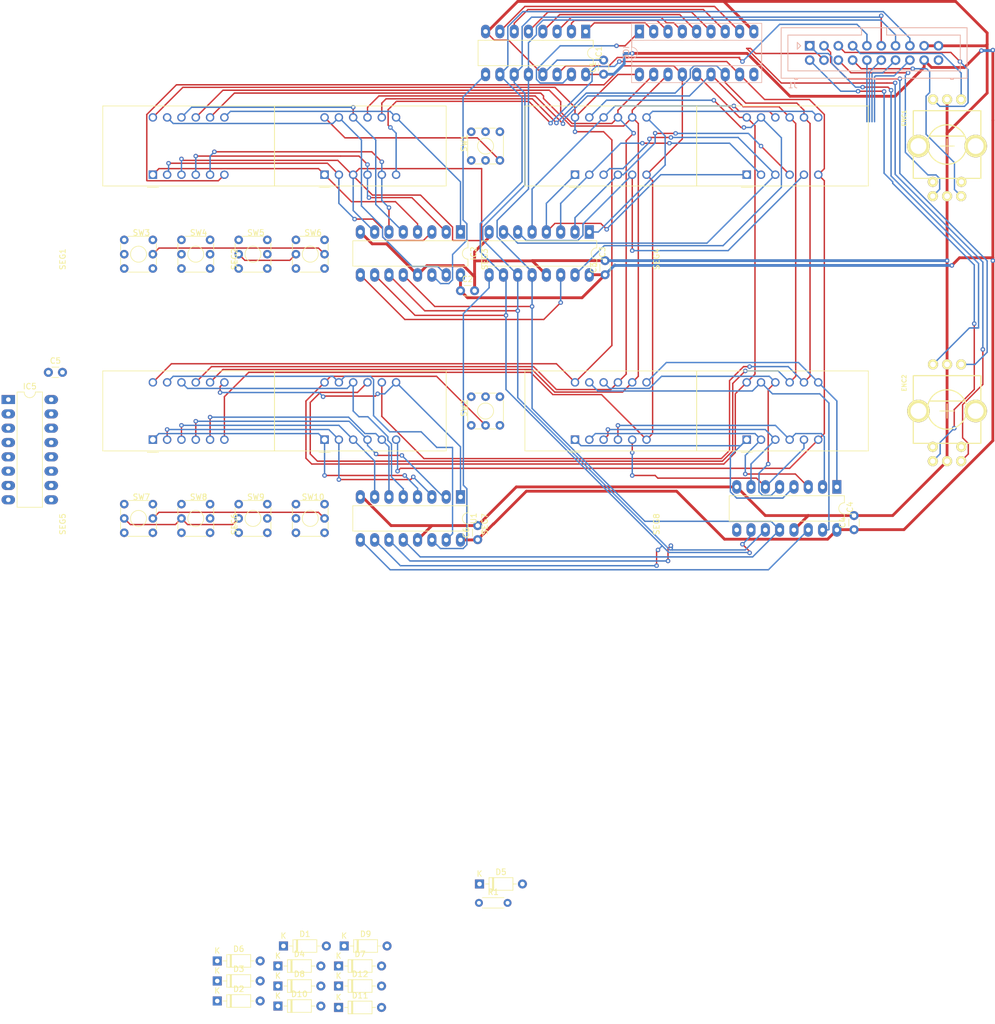
<source format=kicad_pcb>
(kicad_pcb (version 20171130) (host pcbnew "(5.1.10)-1")
  (layers (0 F.Cu signal) (31 B.Cu signal) (34 B.Paste user) (35 F.Paste user) (36 B.SilkS user) (37 F.SilkS user) (38 B.Mask user) (39 F.Mask user) (44 Edge.Cuts user))
  (net 0 "")
  (net 1 GND)
  (net 2 +5V)
  (net 3 "Net-(D1-Pad2)")
  (net 4 T-MUX0)
  (net 5 "Net-(D2-Pad2)")
  (net 6 "Net-(D3-Pad2)")
  (net 7 "Net-(D4-Pad2)")
  (net 8 T-MUX1)
  (net 9 "Net-(D5-Pad2)")
  (net 10 "Net-(D6-Pad2)")
  (net 11 "Net-(D7-Pad2)")
  (net 12 /T-MUX3)
  (net 13 "Net-(D8-Pad2)")
  (net 14 "Net-(D9-Pad2)")
  (net 15 T-MUX2)
  (net 16 "Net-(D10-Pad2)")
  (net 17 "Net-(D11-Pad2)")
  (net 18 "Net-(D12-Pad2)")
  (net 19 "Net-(ENC1-Pad1)")
  (net 20 "Net-(ENC1-Pad4)")
  (net 21 "Net-(ENC1-Pad5)")
  (net 22 "Net-(ENC1-Pad2)")
  (net 23 "Net-(ENC1-Pad7)")
  (net 24 "Net-(ENC2-Pad1)")
  (net 25 "Net-(ENC2-Pad4)")
  (net 26 "Net-(ENC2-Pad5)")
  (net 27 "Net-(ENC2-Pad2)")
  (net 28 "Net-(ENC2-Pad7)")
  (net 29 "Net-(IC1-Pad15)")
  (net 30 "Net-(IC1-Pad7)")
  (net 31 SDATA)
  (net 32 "Net-(IC1-Pad6)")
  (net 33 "Net-(IC1-Pad5)")
  (net 34 LCLK)
  (net 35 "Net-(IC1-Pad4)")
  (net 36 SDCLK)
  (net 37 "Net-(IC1-Pad3)")
  (net 38 RESET)
  (net 39 "Net-(IC1-Pad2)")
  (net 40 SDATA1)
  (net 41 "Net-(IC1-Pad1)")
  (net 42 "Net-(IC2-Pad15)")
  (net 43 "Net-(IC2-Pad7)")
  (net 44 "Net-(IC2-Pad6)")
  (net 45 "Net-(IC2-Pad5)")
  (net 46 "Net-(IC2-Pad4)")
  (net 47 "Net-(IC2-Pad3)")
  (net 48 "Net-(IC2-Pad2)")
  (net 49 SDATA2)
  (net 50 "Net-(IC2-Pad1)")
  (net 51 "Net-(IC3-Pad15)")
  (net 52 "Net-(IC3-Pad7)")
  (net 53 "Net-(IC3-Pad6)")
  (net 54 "Net-(IC3-Pad5)")
  (net 55 "Net-(IC3-Pad4)")
  (net 56 "Net-(IC3-Pad3)")
  (net 57 "Net-(IC3-Pad2)")
  (net 58 SDATA3)
  (net 59 "Net-(IC3-Pad1)")
  (net 60 "Net-(IC4-Pad15)")
  (net 61 "Net-(IC4-Pad7)")
  (net 62 SDATA4)
  (net 63 "Net-(IC4-Pad6)")
  (net 64 "Net-(IC4-Pad5)")
  (net 65 "Net-(IC4-Pad4)")
  (net 66 "Net-(IC4-Pad3)")
  (net 67 "Net-(IC4-Pad2)")
  (net 68 SDATA5)
  (net 69 "Net-(IC4-Pad1)")
  (net 70 "Net-(IC5-Pad15)")
  (net 71 "Net-(IC5-Pad7)")
  (net 72 "Net-(IC5-Pad6)")
  (net 73 "Net-(IC5-Pad5)")
  (net 74 "Net-(IC5-Pad4)")
  (net 75 "Net-(IC5-Pad3)")
  (net 76 "Net-(IC5-Pad9)")
  (net 77 "Net-(IC6-Pad18)")
  (net 78 "Net-(IC6-Pad17)")
  (net 79 "Net-(IC6-Pad16)")
  (net 80 "Net-(IC6-Pad15)")
  (net 81 "Net-(IC6-Pad14)")
  (net 82 "Net-(IC6-Pad13)")
  (net 83 "Net-(IC6-Pad12)")
  (net 84 "Net-(IC6-Pad11)")
  (net 85 "Net-(IC6-Pad10)")
  (net 86 +12V)
  (net 87 "Net-(SEG5-Pad11)")
  (net 88 "Net-(SEG5-Pad10)")
  (net 89 "Net-(SEG5-Pad7)")
  (net 90 "Net-(SEG5-Pad5)")
  (net 91 "Net-(SEG5-Pad4)")
  (net 92 "Net-(SEG5-Pad3)")
  (net 93 "Net-(SEG5-Pad2)")
  (net 94 "Net-(SEG5-Pad1)")
  (net 95 "Net-(SW1-Pad6)")
  (net 96 "Net-(SW1-Pad3)")
  (net 97 "Net-(SW2-Pad6)")
  (net 98 "Net-(SW2-Pad5)")
  (net 99 "Net-(SW3-Pad6)")
  (net 100 "Net-(SW3-Pad5)")
  (net 101 "Net-(SW4-Pad6)")
  (net 102 "Net-(SW4-Pad3)")
  (net 103 "Net-(SW5-Pad6)")
  (net 104 "Net-(SW5-Pad5)")
  (net 105 "Net-(SW6-Pad6)")
  (net 106 "Net-(SW6-Pad5)")
  (net 107 "Net-(SW7-Pad6)")
  (net 108 "Net-(SW7-Pad5)")
  (net 109 "Net-(SW8-Pad6)")
  (net 110 "Net-(SW8-Pad5)")
  (net 111 "Net-(SW9-Pad6)")
  (net 112 "Net-(SW9-Pad5)")
  (net 113 "Net-(SW10-Pad6)")
  (net 114 "Net-(SW10-Pad5)")
  (module TS5:7seg-056 (layer F.Cu) (at 402.59 80.01 90)
    (fp_text reference SEG3 (at -20.066 -22.352 90) (layer F.SilkS))
    (fp_text value TS5:7seg-056)
    (pad 11 thru_hole circle (at 5.08 -3.81 90) (size 1.5 1.5) (drill 1) (layers *.Cu *.Mask) (net 51 "Net-(IC3-Pad15)"))
    (pad 3 thru_hole circle (at -5.08 -1.27 90) (size 1.5 1.5) (drill 1) (layers *.Cu *.Mask) (net 52 "Net-(IC3-Pad7)"))
    (pad 5 thru_hole circle (at -5.08 3.81 90) (size 1.5 1.5) (drill 1) (layers *.Cu *.Mask) (net 53 "Net-(IC3-Pad6)"))
    (pad 6 thru_hole circle (at -5.08 6.35 90) (size 1.5 1.5) (drill 1) (layers *.Cu *.Mask) (net 80 "Net-(IC6-Pad15)"))
    (pad 10 thru_hole circle (at 5.08 -1.27 90) (size 1.5 1.5) (drill 1) (layers *.Cu *.Mask) (net 54 "Net-(IC3-Pad5)"))
    (pad 9 thru_hole circle (at 5.08 1.27 90) (size 1.5 1.5) (drill 1) (layers *.Cu *.Mask) (net 78 "Net-(IC6-Pad17)"))
    (pad 4 thru_hole circle (at -5.08 1.27 90) (size 1.5 1.5) (drill 1) (layers *.Cu *.Mask) (net 57 "Net-(IC3-Pad2)"))
    (pad 8 thru_hole circle (at 5.08 3.81 90) (size 1.5 1.5) (drill 1) (layers *.Cu *.Mask) (net 79 "Net-(IC6-Pad16)"))
    (pad 12 thru_hole circle (at 5.08 -6.35 90) (size 1.5 1.5) (drill 1) (layers *.Cu *.Mask) (net 77 "Net-(IC6-Pad18)"))
    (pad 1 thru_hole rect (at -5.08 -6.35 90) (size 1.5 1.5) (drill 1) (layers *.Cu *.Mask) (net 55 "Net-(IC3-Pad4)"))
    (pad 2 thru_hole circle (at -5.08 -3.81 90) (size 1.5 1.5) (drill 1) (layers *.Cu *.Mask) (net 56 "Net-(IC3-Pad3)"))
    (pad 7 thru_hole circle (at 5.08 6.35 90) (size 1.5 1.5) (drill 1) (layers *.Cu *.Mask) (net 59 "Net-(IC3-Pad1)"))
  )
  (module Package_DIP:DIP-16_W7.62mm_LongPads (layer F.Cu) (at 295.656 124.968)
    (fp_text reference IC5 (at 3.81 -2.33) (layer F.SilkS))
    (fp_text value 74AHC595)
    (pad 16 thru_hole oval (at 7.62 0) (size 2.4 1.6) (drill 0.8) (layers *.Cu *.Mask) (net 2 +5V))
    (pad 8 thru_hole oval (at 0 17.78) (size 2.4 1.6) (drill 0.8) (layers *.Cu *.Mask) (net 1 GND))
    (pad 15 thru_hole oval (at 7.62 2.54) (size 2.4 1.6) (drill 0.8) (layers *.Cu *.Mask) (net 70 "Net-(IC5-Pad15)"))
    (pad 7 thru_hole oval (at 0 15.24) (size 2.4 1.6) (drill 0.8) (layers *.Cu *.Mask) (net 71 "Net-(IC5-Pad7)"))
    (pad 14 thru_hole oval (at 7.62 5.08) (size 2.4 1.6) (drill 0.8) (layers *.Cu *.Mask) (net 68 SDATA5))
    (pad 6 thru_hole oval (at 0 12.7) (size 2.4 1.6) (drill 0.8) (layers *.Cu *.Mask) (net 72 "Net-(IC5-Pad6)"))
    (pad 13 thru_hole oval (at 7.62 7.62) (size 2.4 1.6) (drill 0.8) (layers *.Cu *.Mask) (net 1 GND))
    (pad 5 thru_hole oval (at 0 10.16) (size 2.4 1.6) (drill 0.8) (layers *.Cu *.Mask) (net 73 "Net-(IC5-Pad5)"))
    (pad 12 thru_hole oval (at 7.62 10.16) (size 2.4 1.6) (drill 0.8) (layers *.Cu *.Mask) (net 34 LCLK))
    (pad 4 thru_hole oval (at 0 7.62) (size 2.4 1.6) (drill 0.8) (layers *.Cu *.Mask) (net 74 "Net-(IC5-Pad4)"))
    (pad 11 thru_hole oval (at 7.62 12.7) (size 2.4 1.6) (drill 0.8) (layers *.Cu *.Mask) (net 36 SDCLK))
    (pad 3 thru_hole oval (at 0 5.08) (size 2.4 1.6) (drill 0.8) (layers *.Cu *.Mask) (net 75 "Net-(IC5-Pad3)"))
    (pad 10 thru_hole oval (at 7.62 15.24) (size 2.4 1.6) (drill 0.8) (layers *.Cu *.Mask) (net 38 RESET))
    (pad 2 thru_hole oval (at 0 2.54) (size 2.4 1.6) (drill 0.8) (layers *.Cu *.Mask) (net 23 "Net-(ENC1-Pad7)"))
    (pad 9 thru_hole oval (at 7.62 17.78) (size 2.4 1.6) (drill 0.8) (layers *.Cu *.Mask) (net 76 "Net-(IC5-Pad9)"))
    (pad 1 thru_hole rect (at 0 0) (size 2.4 1.6) (drill 0.8) (layers *.Cu *.Mask) (net 28 "Net-(ENC2-Pad7)"))
  )
  (module TS5:7seg-056 (layer F.Cu) (at 358.14 80.01 90)
    (fp_text reference SEG2 (at -20.066 -22.352 90) (layer F.SilkS))
    (fp_text value TS5:7seg-056)
    (pad 11 thru_hole circle (at 5.08 -3.81 90) (size 1.5 1.5) (drill 1) (layers *.Cu *.Mask) (net 42 "Net-(IC2-Pad15)"))
    (pad 3 thru_hole circle (at -5.08 -1.27 90) (size 1.5 1.5) (drill 1) (layers *.Cu *.Mask) (net 43 "Net-(IC2-Pad7)"))
    (pad 5 thru_hole circle (at -5.08 3.81 90) (size 1.5 1.5) (drill 1) (layers *.Cu *.Mask) (net 44 "Net-(IC2-Pad6)"))
    (pad 6 thru_hole circle (at -5.08 6.35 90) (size 1.5 1.5) (drill 1) (layers *.Cu *.Mask) (net 84 "Net-(IC6-Pad11)"))
    (pad 10 thru_hole circle (at 5.08 -1.27 90) (size 1.5 1.5) (drill 1) (layers *.Cu *.Mask) (net 45 "Net-(IC2-Pad5)"))
    (pad 9 thru_hole circle (at 5.08 1.27 90) (size 1.5 1.5) (drill 1) (layers *.Cu *.Mask) (net 82 "Net-(IC6-Pad13)"))
    (pad 4 thru_hole circle (at -5.08 1.27 90) (size 1.5 1.5) (drill 1) (layers *.Cu *.Mask) (net 48 "Net-(IC2-Pad2)"))
    (pad 8 thru_hole circle (at 5.08 3.81 90) (size 1.5 1.5) (drill 1) (layers *.Cu *.Mask) (net 83 "Net-(IC6-Pad12)"))
    (pad 12 thru_hole circle (at 5.08 -6.35 90) (size 1.5 1.5) (drill 1) (layers *.Cu *.Mask) (net 81 "Net-(IC6-Pad14)"))
    (pad 1 thru_hole rect (at -5.08 -6.35 90) (size 1.5 1.5) (drill 1) (layers *.Cu *.Mask) (net 46 "Net-(IC2-Pad4)"))
    (pad 2 thru_hole circle (at -5.08 -3.81 90) (size 1.5 1.5) (drill 1) (layers *.Cu *.Mask) (net 47 "Net-(IC2-Pad3)"))
    (pad 7 thru_hole circle (at 5.08 6.35 90) (size 1.5 1.5) (drill 1) (layers *.Cu *.Mask) (net 50 "Net-(IC2-Pad1)"))
  )
  (module TS5:TS5 (layer F.Cu) (at 380.365 80.01 90)
    (fp_text reference SW1 (at 0.508 -3.81 90) (layer F.SilkS))
    (fp_text value TS5)
    (pad 6 thru_hole circle (at 2.54 2.54 90) (size 1.524 1.524) (drill 0.762) (layers *.Cu *.Mask) (net 95 "Net-(SW1-Pad6)"))
    (pad 4 thru_hole circle (at 2.54 0 90) (size 1.524 1.524) (drill 0.762) (layers *.Cu *.Mask) (net 73 "Net-(IC5-Pad5)"))
    (pad 2 thru_hole circle (at 2.54 -2.54 90) (size 1.524 1.524) (drill 0.762) (layers *.Cu *.Mask) (net 70 "Net-(IC5-Pad15)"))
    (pad 5 thru_hole circle (at -2.54 2.54 90) (size 1.524 1.524) (drill 0.762) (layers *.Cu *.Mask) (net 81 "Net-(IC6-Pad14)"))
    (pad 3 thru_hole circle (at -2.54 0 90) (size 1.524 1.524) (drill 0.762) (layers *.Cu *.Mask) (net 96 "Net-(SW1-Pad3)"))
    (pad 1 thru_hole circle (at -2.54 -2.54 90) (size 1.524 1.524) (drill 0.762) (layers *.Cu *.Mask) (net 3 "Net-(D1-Pad2)"))
  )
  (module TS5:7seg-056 (layer F.Cu) (at 433.07 80.01 90)
    (fp_text reference SEG4 (at -20.066 -22.352 90) (layer F.SilkS))
    (fp_text value TS5:7seg-056)
    (pad 11 thru_hole circle (at 5.08 -3.81 90) (size 1.5 1.5) (drill 1) (layers *.Cu *.Mask) (net 51 "Net-(IC3-Pad15)"))
    (pad 3 thru_hole circle (at -5.08 -1.27 90) (size 1.5 1.5) (drill 1) (layers *.Cu *.Mask) (net 52 "Net-(IC3-Pad7)"))
    (pad 5 thru_hole circle (at -5.08 3.81 90) (size 1.5 1.5) (drill 1) (layers *.Cu *.Mask) (net 53 "Net-(IC3-Pad6)"))
    (pad 6 thru_hole circle (at -5.08 6.35 90) (size 1.5 1.5) (drill 1) (layers *.Cu *.Mask) (net 84 "Net-(IC6-Pad11)"))
    (pad 10 thru_hole circle (at 5.08 -1.27 90) (size 1.5 1.5) (drill 1) (layers *.Cu *.Mask) (net 54 "Net-(IC3-Pad5)"))
    (pad 9 thru_hole circle (at 5.08 1.27 90) (size 1.5 1.5) (drill 1) (layers *.Cu *.Mask) (net 82 "Net-(IC6-Pad13)"))
    (pad 4 thru_hole circle (at -5.08 1.27 90) (size 1.5 1.5) (drill 1) (layers *.Cu *.Mask) (net 57 "Net-(IC3-Pad2)"))
    (pad 8 thru_hole circle (at 5.08 3.81 90) (size 1.5 1.5) (drill 1) (layers *.Cu *.Mask) (net 83 "Net-(IC6-Pad12)"))
    (pad 12 thru_hole circle (at 5.08 -6.35 90) (size 1.5 1.5) (drill 1) (layers *.Cu *.Mask) (net 81 "Net-(IC6-Pad14)"))
    (pad 1 thru_hole rect (at -5.08 -6.35 90) (size 1.5 1.5) (drill 1) (layers *.Cu *.Mask) (net 55 "Net-(IC3-Pad4)"))
    (pad 2 thru_hole circle (at -5.08 -3.81 90) (size 1.5 1.5) (drill 1) (layers *.Cu *.Mask) (net 56 "Net-(IC3-Pad3)"))
    (pad 7 thru_hole circle (at 5.08 6.35 90) (size 1.5 1.5) (drill 1) (layers *.Cu *.Mask) (net 59 "Net-(IC3-Pad1)"))
  )
  (module TS5:7seg-056 (layer F.Cu) (at 433.07 127 90)
    (fp_text reference SEG8 (at -20.066 -22.352 90) (layer F.SilkS))
    (fp_text value CC56-12SRWA)
    (pad 11 thru_hole circle (at 5.08 -3.81 90) (size 1.5 1.5) (drill 1) (layers *.Cu *.Mask) (net 60 "Net-(IC4-Pad15)"))
    (pad 3 thru_hole circle (at -5.08 -1.27 90) (size 1.5 1.5) (drill 1) (layers *.Cu *.Mask) (net 61 "Net-(IC4-Pad7)"))
    (pad 5 thru_hole circle (at -5.08 3.81 90) (size 1.5 1.5) (drill 1) (layers *.Cu *.Mask) (net 63 "Net-(IC4-Pad6)"))
    (pad 6 thru_hole circle (at -5.08 6.35 90) (size 1.5 1.5) (drill 1) (layers *.Cu *.Mask) (net 84 "Net-(IC6-Pad11)"))
    (pad 10 thru_hole circle (at 5.08 -1.27 90) (size 1.5 1.5) (drill 1) (layers *.Cu *.Mask) (net 64 "Net-(IC4-Pad5)"))
    (pad 9 thru_hole circle (at 5.08 1.27 90) (size 1.5 1.5) (drill 1) (layers *.Cu *.Mask) (net 82 "Net-(IC6-Pad13)"))
    (pad 4 thru_hole circle (at -5.08 1.27 90) (size 1.5 1.5) (drill 1) (layers *.Cu *.Mask) (net 67 "Net-(IC4-Pad2)"))
    (pad 8 thru_hole circle (at 5.08 3.81 90) (size 1.5 1.5) (drill 1) (layers *.Cu *.Mask) (net 83 "Net-(IC6-Pad12)"))
    (pad 12 thru_hole circle (at 5.08 -6.35 90) (size 1.5 1.5) (drill 1) (layers *.Cu *.Mask) (net 81 "Net-(IC6-Pad14)"))
    (pad 1 thru_hole rect (at -5.08 -6.35 90) (size 1.5 1.5) (drill 1) (layers *.Cu *.Mask) (net 65 "Net-(IC4-Pad4)"))
    (pad 2 thru_hole circle (at -5.08 -3.81 90) (size 1.5 1.5) (drill 1) (layers *.Cu *.Mask) (net 66 "Net-(IC4-Pad3)"))
    (pad 7 thru_hole circle (at 5.08 6.35 90) (size 1.5 1.5) (drill 1) (layers *.Cu *.Mask) (net 69 "Net-(IC4-Pad1)"))
  )
  (module TS5:7seg-056 (layer F.Cu) (at 358.14 127 90)
    (fp_text reference SEG6 (at -20.066 -22.352 90) (layer F.SilkS))
    (fp_text value CC56-12SRWA)
    (pad 11 thru_hole circle (at 5.08 -3.81 90) (size 1.5 1.5) (drill 1) (layers *.Cu *.Mask) (net 87 "Net-(SEG5-Pad11)"))
    (pad 3 thru_hole circle (at -5.08 -1.27 90) (size 1.5 1.5) (drill 1) (layers *.Cu *.Mask) (net 92 "Net-(SEG5-Pad3)"))
    (pad 5 thru_hole circle (at -5.08 3.81 90) (size 1.5 1.5) (drill 1) (layers *.Cu *.Mask) (net 90 "Net-(SEG5-Pad5)"))
    (pad 6 thru_hole circle (at -5.08 6.35 90) (size 1.5 1.5) (drill 1) (layers *.Cu *.Mask) (net 84 "Net-(IC6-Pad11)"))
    (pad 10 thru_hole circle (at 5.08 -1.27 90) (size 1.5 1.5) (drill 1) (layers *.Cu *.Mask) (net 88 "Net-(SEG5-Pad10)"))
    (pad 9 thru_hole circle (at 5.08 1.27 90) (size 1.5 1.5) (drill 1) (layers *.Cu *.Mask) (net 82 "Net-(IC6-Pad13)"))
    (pad 4 thru_hole circle (at -5.08 1.27 90) (size 1.5 1.5) (drill 1) (layers *.Cu *.Mask) (net 91 "Net-(SEG5-Pad4)"))
    (pad 8 thru_hole circle (at 5.08 3.81 90) (size 1.5 1.5) (drill 1) (layers *.Cu *.Mask) (net 83 "Net-(IC6-Pad12)"))
    (pad 12 thru_hole circle (at 5.08 -6.35 90) (size 1.5 1.5) (drill 1) (layers *.Cu *.Mask) (net 81 "Net-(IC6-Pad14)"))
    (pad 1 thru_hole rect (at -5.08 -6.35 90) (size 1.5 1.5) (drill 1) (layers *.Cu *.Mask) (net 94 "Net-(SEG5-Pad1)"))
    (pad 2 thru_hole circle (at -5.08 -3.81 90) (size 1.5 1.5) (drill 1) (layers *.Cu *.Mask) (net 93 "Net-(SEG5-Pad2)"))
    (pad 7 thru_hole circle (at 5.08 6.35 90) (size 1.5 1.5) (drill 1) (layers *.Cu *.Mask) (net 89 "Net-(SEG5-Pad7)"))
  )
  (module TS5:7seg-056 (layer F.Cu) (at 402.59 127 90)
    (fp_text reference SEG7 (at -20.066 -22.352 90) (layer F.SilkS))
    (fp_text value CC56-12SRWA)
    (pad 11 thru_hole circle (at 5.08 -3.81 90) (size 1.5 1.5) (drill 1) (layers *.Cu *.Mask) (net 60 "Net-(IC4-Pad15)"))
    (pad 3 thru_hole circle (at -5.08 -1.27 90) (size 1.5 1.5) (drill 1) (layers *.Cu *.Mask) (net 61 "Net-(IC4-Pad7)"))
    (pad 5 thru_hole circle (at -5.08 3.81 90) (size 1.5 1.5) (drill 1) (layers *.Cu *.Mask) (net 63 "Net-(IC4-Pad6)"))
    (pad 6 thru_hole circle (at -5.08 6.35 90) (size 1.5 1.5) (drill 1) (layers *.Cu *.Mask) (net 80 "Net-(IC6-Pad15)"))
    (pad 10 thru_hole circle (at 5.08 -1.27 90) (size 1.5 1.5) (drill 1) (layers *.Cu *.Mask) (net 64 "Net-(IC4-Pad5)"))
    (pad 9 thru_hole circle (at 5.08 1.27 90) (size 1.5 1.5) (drill 1) (layers *.Cu *.Mask) (net 78 "Net-(IC6-Pad17)"))
    (pad 4 thru_hole circle (at -5.08 1.27 90) (size 1.5 1.5) (drill 1) (layers *.Cu *.Mask) (net 67 "Net-(IC4-Pad2)"))
    (pad 8 thru_hole circle (at 5.08 3.81 90) (size 1.5 1.5) (drill 1) (layers *.Cu *.Mask) (net 79 "Net-(IC6-Pad16)"))
    (pad 12 thru_hole circle (at 5.08 -6.35 90) (size 1.5 1.5) (drill 1) (layers *.Cu *.Mask) (net 77 "Net-(IC6-Pad18)"))
    (pad 1 thru_hole rect (at -5.08 -6.35 90) (size 1.5 1.5) (drill 1) (layers *.Cu *.Mask) (net 65 "Net-(IC4-Pad4)"))
    (pad 2 thru_hole circle (at -5.08 -3.81 90) (size 1.5 1.5) (drill 1) (layers *.Cu *.Mask) (net 66 "Net-(IC4-Pad3)"))
    (pad 7 thru_hole circle (at 5.08 6.35 90) (size 1.5 1.5) (drill 1) (layers *.Cu *.Mask) (net 69 "Net-(IC4-Pad1)"))
  )
  (module TS5:7seg-056 (layer F.Cu) (at 327.66 127 90)
    (fp_text reference SEG5 (at -20.066 -22.352 90) (layer F.SilkS))
    (fp_text value CC56-12SRWA)
    (pad 11 thru_hole circle (at 5.08 -3.81 90) (size 1.5 1.5) (drill 1) (layers *.Cu *.Mask) (net 87 "Net-(SEG5-Pad11)"))
    (pad 3 thru_hole circle (at -5.08 -1.27 90) (size 1.5 1.5) (drill 1) (layers *.Cu *.Mask) (net 92 "Net-(SEG5-Pad3)"))
    (pad 5 thru_hole circle (at -5.08 3.81 90) (size 1.5 1.5) (drill 1) (layers *.Cu *.Mask) (net 90 "Net-(SEG5-Pad5)"))
    (pad 6 thru_hole circle (at -5.08 6.35 90) (size 1.5 1.5) (drill 1) (layers *.Cu *.Mask) (net 80 "Net-(IC6-Pad15)"))
    (pad 10 thru_hole circle (at 5.08 -1.27 90) (size 1.5 1.5) (drill 1) (layers *.Cu *.Mask) (net 88 "Net-(SEG5-Pad10)"))
    (pad 9 thru_hole circle (at 5.08 1.27 90) (size 1.5 1.5) (drill 1) (layers *.Cu *.Mask) (net 78 "Net-(IC6-Pad17)"))
    (pad 4 thru_hole circle (at -5.08 1.27 90) (size 1.5 1.5) (drill 1) (layers *.Cu *.Mask) (net 91 "Net-(SEG5-Pad4)"))
    (pad 8 thru_hole circle (at 5.08 3.81 90) (size 1.5 1.5) (drill 1) (layers *.Cu *.Mask) (net 79 "Net-(IC6-Pad16)"))
    (pad 12 thru_hole circle (at 5.08 -6.35 90) (size 1.5 1.5) (drill 1) (layers *.Cu *.Mask) (net 77 "Net-(IC6-Pad18)"))
    (pad 1 thru_hole rect (at -5.08 -6.35 90) (size 1.5 1.5) (drill 1) (layers *.Cu *.Mask) (net 94 "Net-(SEG5-Pad1)"))
    (pad 2 thru_hole circle (at -5.08 -3.81 90) (size 1.5 1.5) (drill 1) (layers *.Cu *.Mask) (net 93 "Net-(SEG5-Pad2)"))
    (pad 7 thru_hole circle (at 5.08 6.35 90) (size 1.5 1.5) (drill 1) (layers *.Cu *.Mask) (net 89 "Net-(SEG5-Pad7)"))
  )
  (module TS5:7seg-056 (layer F.Cu) (at 327.66 80.01 90)
    (fp_text reference SEG1 (at -20.066 -22.352 90) (layer F.SilkS))
    (fp_text value CC56-12SRWA)
    (pad 11 thru_hole circle (at 5.08 -3.81 90) (size 1.5 1.5) (drill 1) (layers *.Cu *.Mask) (net 42 "Net-(IC2-Pad15)"))
    (pad 3 thru_hole circle (at -5.08 -1.27 90) (size 1.5 1.5) (drill 1) (layers *.Cu *.Mask) (net 43 "Net-(IC2-Pad7)"))
    (pad 5 thru_hole circle (at -5.08 3.81 90) (size 1.5 1.5) (drill 1) (layers *.Cu *.Mask) (net 44 "Net-(IC2-Pad6)"))
    (pad 6 thru_hole circle (at -5.08 6.35 90) (size 1.5 1.5) (drill 1) (layers *.Cu *.Mask) (net 80 "Net-(IC6-Pad15)"))
    (pad 10 thru_hole circle (at 5.08 -1.27 90) (size 1.5 1.5) (drill 1) (layers *.Cu *.Mask) (net 45 "Net-(IC2-Pad5)"))
    (pad 9 thru_hole circle (at 5.08 1.27 90) (size 1.5 1.5) (drill 1) (layers *.Cu *.Mask) (net 78 "Net-(IC6-Pad17)"))
    (pad 4 thru_hole circle (at -5.08 1.27 90) (size 1.5 1.5) (drill 1) (layers *.Cu *.Mask) (net 48 "Net-(IC2-Pad2)"))
    (pad 8 thru_hole circle (at 5.08 3.81 90) (size 1.5 1.5) (drill 1) (layers *.Cu *.Mask) (net 79 "Net-(IC6-Pad16)"))
    (pad 12 thru_hole circle (at 5.08 -6.35 90) (size 1.5 1.5) (drill 1) (layers *.Cu *.Mask) (net 77 "Net-(IC6-Pad18)"))
    (pad 1 thru_hole rect (at -5.08 -6.35 90) (size 1.5 1.5) (drill 1) (layers *.Cu *.Mask) (net 46 "Net-(IC2-Pad4)"))
    (pad 2 thru_hole circle (at -5.08 -3.81 90) (size 1.5 1.5) (drill 1) (layers *.Cu *.Mask) (net 47 "Net-(IC2-Pad3)"))
    (pad 7 thru_hole circle (at 5.08 6.35 90) (size 1.5 1.5) (drill 1) (layers *.Cu *.Mask) (net 50 "Net-(IC2-Pad1)"))
  )
  (module Package_DIP:DIP-16_W7.62mm_LongPads (layer F.Cu) (at 375.92 142.24 270)
    (fp_text reference U1 (at 3.81 -2.33 90) (layer F.SilkS))
    (fp_text value 74AHC595)
    (pad 16 thru_hole oval (at 7.62 0 270) (size 2.4 1.6) (drill 0.8) (layers *.Cu *.Mask) (net 2 +5V))
    (pad 8 thru_hole oval (at 0 17.78 270) (size 2.4 1.6) (drill 0.8) (layers *.Cu *.Mask) (net 1 GND))
    (pad 15 thru_hole oval (at 7.62 2.54 270) (size 2.4 1.6) (drill 0.8) (layers *.Cu *.Mask) (net 87 "Net-(SEG5-Pad11)"))
    (pad 7 thru_hole oval (at 0 15.24 270) (size 2.4 1.6) (drill 0.8) (layers *.Cu *.Mask) (net 92 "Net-(SEG5-Pad3)"))
    (pad 14 thru_hole oval (at 7.62 5.08 270) (size 2.4 1.6) (drill 0.8) (layers *.Cu *.Mask) (net 58 SDATA3))
    (pad 6 thru_hole oval (at 0 12.7 270) (size 2.4 1.6) (drill 0.8) (layers *.Cu *.Mask) (net 90 "Net-(SEG5-Pad5)"))
    (pad 13 thru_hole oval (at 7.62 7.62 270) (size 2.4 1.6) (drill 0.8) (layers *.Cu *.Mask) (net 1 GND))
    (pad 5 thru_hole oval (at 0 10.16 270) (size 2.4 1.6) (drill 0.8) (layers *.Cu *.Mask) (net 88 "Net-(SEG5-Pad10)"))
    (pad 12 thru_hole oval (at 7.62 10.16 270) (size 2.4 1.6) (drill 0.8) (layers *.Cu *.Mask) (net 34 LCLK))
    (pad 4 thru_hole oval (at 0 7.62 270) (size 2.4 1.6) (drill 0.8) (layers *.Cu *.Mask) (net 94 "Net-(SEG5-Pad1)"))
    (pad 11 thru_hole oval (at 7.62 12.7 270) (size 2.4 1.6) (drill 0.8) (layers *.Cu *.Mask) (net 36 SDCLK))
    (pad 3 thru_hole oval (at 0 5.08 270) (size 2.4 1.6) (drill 0.8) (layers *.Cu *.Mask) (net 93 "Net-(SEG5-Pad2)"))
    (pad 10 thru_hole oval (at 7.62 15.24 270) (size 2.4 1.6) (drill 0.8) (layers *.Cu *.Mask) (net 38 RESET))
    (pad 2 thru_hole oval (at 0 2.54 270) (size 2.4 1.6) (drill 0.8) (layers *.Cu *.Mask) (net 91 "Net-(SEG5-Pad4)"))
    (pad 9 thru_hole oval (at 7.62 17.78 270) (size 2.4 1.6) (drill 0.8) (layers *.Cu *.Mask) (net 62 SDATA4))
    (pad 1 thru_hole rect (at 0 0 270) (size 2.4 1.6) (drill 0.8) (layers *.Cu *.Mask) (net 89 "Net-(SEG5-Pad7)"))
  )
  (module TS5:TS5 (layer F.Cu) (at 349.25 146.05)
    (fp_text reference SW10 (at 0.508 -3.81) (layer F.SilkS))
    (fp_text value TS5)
    (pad 6 thru_hole circle (at 2.54 2.54) (size 1.524 1.524) (drill 0.762) (layers *.Cu *.Mask) (net 113 "Net-(SW10-Pad6)"))
    (pad 4 thru_hole circle (at 2.54 0) (size 1.524 1.524) (drill 0.762) (layers *.Cu *.Mask) (net 73 "Net-(IC5-Pad5)"))
    (pad 2 thru_hole circle (at 2.54 -2.54) (size 1.524 1.524) (drill 0.762) (layers *.Cu *.Mask) (net 70 "Net-(IC5-Pad15)"))
    (pad 5 thru_hole circle (at -2.54 2.54) (size 1.524 1.524) (drill 0.762) (layers *.Cu *.Mask) (net 114 "Net-(SW10-Pad5)"))
    (pad 3 thru_hole circle (at -2.54 0) (size 1.524 1.524) (drill 0.762) (layers *.Cu *.Mask) (net 84 "Net-(IC6-Pad11)"))
    (pad 1 thru_hole circle (at -2.54 -2.54) (size 1.524 1.524) (drill 0.762) (layers *.Cu *.Mask) (net 18 "Net-(D12-Pad2)"))
  )
  (module TS5:TS5 (layer F.Cu) (at 339.09 146.05)
    (fp_text reference SW9 (at 0.508 -3.81) (layer F.SilkS))
    (fp_text value TS5)
    (pad 6 thru_hole circle (at 2.54 2.54) (size 1.524 1.524) (drill 0.762) (layers *.Cu *.Mask) (net 111 "Net-(SW9-Pad6)"))
    (pad 4 thru_hole circle (at 2.54 0) (size 1.524 1.524) (drill 0.762) (layers *.Cu *.Mask) (net 71 "Net-(IC5-Pad7)"))
    (pad 2 thru_hole circle (at 2.54 -2.54) (size 1.524 1.524) (drill 0.762) (layers *.Cu *.Mask) (net 23 "Net-(ENC1-Pad7)"))
    (pad 5 thru_hole circle (at -2.54 2.54) (size 1.524 1.524) (drill 0.762) (layers *.Cu *.Mask) (net 112 "Net-(SW9-Pad5)"))
    (pad 3 thru_hole circle (at -2.54 0) (size 1.524 1.524) (drill 0.762) (layers *.Cu *.Mask) (net 83 "Net-(IC6-Pad12)"))
    (pad 1 thru_hole circle (at -2.54 -2.54) (size 1.524 1.524) (drill 0.762) (layers *.Cu *.Mask) (net 17 "Net-(D11-Pad2)"))
  )
  (module TS5:TS5 (layer F.Cu) (at 328.93 146.05)
    (fp_text reference SW8 (at 0.508 -3.81) (layer F.SilkS))
    (fp_text value TS5)
    (pad 6 thru_hole circle (at 2.54 2.54) (size 1.524 1.524) (drill 0.762) (layers *.Cu *.Mask) (net 109 "Net-(SW8-Pad6)"))
    (pad 4 thru_hole circle (at 2.54 0) (size 1.524 1.524) (drill 0.762) (layers *.Cu *.Mask) (net 72 "Net-(IC5-Pad6)"))
    (pad 2 thru_hole circle (at 2.54 -2.54) (size 1.524 1.524) (drill 0.762) (layers *.Cu *.Mask) (net 28 "Net-(ENC2-Pad7)"))
    (pad 5 thru_hole circle (at -2.54 2.54) (size 1.524 1.524) (drill 0.762) (layers *.Cu *.Mask) (net 110 "Net-(SW8-Pad5)"))
    (pad 3 thru_hole circle (at -2.54 0) (size 1.524 1.524) (drill 0.762) (layers *.Cu *.Mask) (net 83 "Net-(IC6-Pad12)"))
    (pad 1 thru_hole circle (at -2.54 -2.54) (size 1.524 1.524) (drill 0.762) (layers *.Cu *.Mask) (net 16 "Net-(D10-Pad2)"))
  )
  (module TS5:TS5 (layer F.Cu) (at 318.77 146.05)
    (fp_text reference SW7 (at 0.508 -3.81) (layer F.SilkS))
    (fp_text value TS5)
    (pad 6 thru_hole circle (at 2.54 2.54) (size 1.524 1.524) (drill 0.762) (layers *.Cu *.Mask) (net 107 "Net-(SW7-Pad6)"))
    (pad 4 thru_hole circle (at 2.54 0) (size 1.524 1.524) (drill 0.762) (layers *.Cu *.Mask) (net 73 "Net-(IC5-Pad5)"))
    (pad 2 thru_hole circle (at 2.54 -2.54) (size 1.524 1.524) (drill 0.762) (layers *.Cu *.Mask) (net 70 "Net-(IC5-Pad15)"))
    (pad 5 thru_hole circle (at -2.54 2.54) (size 1.524 1.524) (drill 0.762) (layers *.Cu *.Mask) (net 108 "Net-(SW7-Pad5)"))
    (pad 3 thru_hole circle (at -2.54 0) (size 1.524 1.524) (drill 0.762) (layers *.Cu *.Mask) (net 83 "Net-(IC6-Pad12)"))
    (pad 1 thru_hole circle (at -2.54 -2.54) (size 1.524 1.524) (drill 0.762) (layers *.Cu *.Mask) (net 14 "Net-(D9-Pad2)"))
  )
  (module TS5:TS5 (layer F.Cu) (at 349.25 99.187)
    (fp_text reference SW6 (at 0.508 -3.81) (layer F.SilkS))
    (fp_text value TS5)
    (pad 6 thru_hole circle (at 2.54 2.54) (size 1.524 1.524) (drill 0.762) (layers *.Cu *.Mask) (net 105 "Net-(SW6-Pad6)"))
    (pad 4 thru_hole circle (at 2.54 0) (size 1.524 1.524) (drill 0.762) (layers *.Cu *.Mask) (net 71 "Net-(IC5-Pad7)"))
    (pad 2 thru_hole circle (at 2.54 -2.54) (size 1.524 1.524) (drill 0.762) (layers *.Cu *.Mask) (net 23 "Net-(ENC1-Pad7)"))
    (pad 5 thru_hole circle (at -2.54 2.54) (size 1.524 1.524) (drill 0.762) (layers *.Cu *.Mask) (net 106 "Net-(SW6-Pad5)"))
    (pad 3 thru_hole circle (at -2.54 0) (size 1.524 1.524) (drill 0.762) (layers *.Cu *.Mask) (net 82 "Net-(IC6-Pad13)"))
    (pad 1 thru_hole circle (at -2.54 -2.54) (size 1.524 1.524) (drill 0.762) (layers *.Cu *.Mask) (net 10 "Net-(D6-Pad2)"))
  )
  (module TS5:TS5 (layer F.Cu) (at 339.09 99.187)
    (fp_text reference SW5 (at 0.508 -3.81) (layer F.SilkS))
    (fp_text value TS5)
    (pad 6 thru_hole circle (at 2.54 2.54) (size 1.524 1.524) (drill 0.762) (layers *.Cu *.Mask) (net 103 "Net-(SW5-Pad6)"))
    (pad 4 thru_hole circle (at 2.54 0) (size 1.524 1.524) (drill 0.762) (layers *.Cu *.Mask) (net 72 "Net-(IC5-Pad6)"))
    (pad 2 thru_hole circle (at 2.54 -2.54) (size 1.524 1.524) (drill 0.762) (layers *.Cu *.Mask) (net 28 "Net-(ENC2-Pad7)"))
    (pad 5 thru_hole circle (at -2.54 2.54) (size 1.524 1.524) (drill 0.762) (layers *.Cu *.Mask) (net 104 "Net-(SW5-Pad5)"))
    (pad 3 thru_hole circle (at -2.54 0) (size 1.524 1.524) (drill 0.762) (layers *.Cu *.Mask) (net 82 "Net-(IC6-Pad13)"))
    (pad 1 thru_hole circle (at -2.54 -2.54) (size 1.524 1.524) (drill 0.762) (layers *.Cu *.Mask) (net 9 "Net-(D5-Pad2)"))
  )
  (module TS5:TS5 (layer F.Cu) (at 328.93 99.187)
    (fp_text reference SW4 (at 0.508 -3.81) (layer F.SilkS))
    (fp_text value TS5)
    (pad 6 thru_hole circle (at 2.54 2.54) (size 1.524 1.524) (drill 0.762) (layers *.Cu *.Mask) (net 101 "Net-(SW4-Pad6)"))
    (pad 4 thru_hole circle (at 2.54 0) (size 1.524 1.524) (drill 0.762) (layers *.Cu *.Mask) (net 73 "Net-(IC5-Pad5)"))
    (pad 2 thru_hole circle (at 2.54 -2.54) (size 1.524 1.524) (drill 0.762) (layers *.Cu *.Mask) (net 70 "Net-(IC5-Pad15)"))
    (pad 5 thru_hole circle (at -2.54 2.54) (size 1.524 1.524) (drill 0.762) (layers *.Cu *.Mask) (net 82 "Net-(IC6-Pad13)"))
    (pad 3 thru_hole circle (at -2.54 0) (size 1.524 1.524) (drill 0.762) (layers *.Cu *.Mask) (net 102 "Net-(SW4-Pad3)"))
    (pad 1 thru_hole circle (at -2.54 -2.54) (size 1.524 1.524) (drill 0.762) (layers *.Cu *.Mask) (net 7 "Net-(D4-Pad2)"))
  )
  (module TS5:TS5 (layer F.Cu) (at 318.77 99.187)
    (fp_text reference SW3 (at 0.508 -3.81) (layer F.SilkS))
    (fp_text value TS5)
    (pad 6 thru_hole circle (at 2.54 2.54) (size 1.524 1.524) (drill 0.762) (layers *.Cu *.Mask) (net 99 "Net-(SW3-Pad6)"))
    (pad 4 thru_hole circle (at 2.54 0) (size 1.524 1.524) (drill 0.762) (layers *.Cu *.Mask) (net 71 "Net-(IC5-Pad7)"))
    (pad 2 thru_hole circle (at 2.54 -2.54) (size 1.524 1.524) (drill 0.762) (layers *.Cu *.Mask) (net 23 "Net-(ENC1-Pad7)"))
    (pad 5 thru_hole circle (at -2.54 2.54) (size 1.524 1.524) (drill 0.762) (layers *.Cu *.Mask) (net 100 "Net-(SW3-Pad5)"))
    (pad 3 thru_hole circle (at -2.54 0) (size 1.524 1.524) (drill 0.762) (layers *.Cu *.Mask) (net 81 "Net-(IC6-Pad14)"))
    (pad 1 thru_hole circle (at -2.54 -2.54) (size 1.524 1.524) (drill 0.762) (layers *.Cu *.Mask) (net 6 "Net-(D3-Pad2)"))
  )
  (module TS5:TS5 (layer F.Cu) (at 380.365 127 90)
    (fp_text reference SW2 (at 0.508 -3.81 90) (layer F.SilkS))
    (fp_text value TS5)
    (pad 6 thru_hole circle (at 2.54 2.54 90) (size 1.524 1.524) (drill 0.762) (layers *.Cu *.Mask) (net 97 "Net-(SW2-Pad6)"))
    (pad 4 thru_hole circle (at 2.54 0 90) (size 1.524 1.524) (drill 0.762) (layers *.Cu *.Mask) (net 72 "Net-(IC5-Pad6)"))
    (pad 2 thru_hole circle (at 2.54 -2.54 90) (size 1.524 1.524) (drill 0.762) (layers *.Cu *.Mask) (net 28 "Net-(ENC2-Pad7)"))
    (pad 5 thru_hole circle (at -2.54 2.54 90) (size 1.524 1.524) (drill 0.762) (layers *.Cu *.Mask) (net 98 "Net-(SW2-Pad5)"))
    (pad 3 thru_hole circle (at -2.54 0 90) (size 1.524 1.524) (drill 0.762) (layers *.Cu *.Mask) (net 81 "Net-(IC6-Pad14)"))
    (pad 1 thru_hole circle (at -2.54 -2.54 90) (size 1.524 1.524) (drill 0.762) (layers *.Cu *.Mask) (net 5 "Net-(D2-Pad2)"))
  )
  (module Resistor_THT:R_Axial_DIN0204_L3.6mm_D1.6mm_P5.08mm_Horizontal (layer F.Cu) (at 379.19 214.23)
    (fp_text reference R1 (at 2.54 -1.92) (layer F.SilkS))
    (fp_text value 10K)
    (pad 2 thru_hole oval (at 5.08 0) (size 1.4 1.4) (drill 0.7) (layers *.Cu *.Mask) (net 1 GND))
    (pad 1 thru_hole circle (at 0 0) (size 1.4 1.4) (drill 0.7) (layers *.Cu *.Mask) (net 38 RESET))
  )
  (module Connector_Multicomp:Multicomp_MC9A12-2034_2x10_P2.54mm_Vertical (layer B.Cu) (at 437.896 62.23)
    (fp_text reference J1 (at -3 7) (layer B.SilkS) (effects (justify mirror)))
    (fp_text value Conn_02x09_Odd_Even)
    (pad 20 thru_hole circle (at 22.86 2.54) (size 1.7 1.7) (drill 1) (layers *.Cu *.Mask) (net 86 +12V))
    (pad 19 thru_hole circle (at 22.86 0) (size 1.7 1.7) (drill 1) (layers *.Cu *.Mask) (net 1 GND))
    (pad 18 thru_hole circle (at 20.32 2.54) (size 1.7 1.7) (drill 1) (layers *.Cu *.Mask) (net 2 +5V))
    (pad 17 thru_hole circle (at 20.32 0) (size 1.7 1.7) (drill 1) (layers *.Cu *.Mask) (net 1 GND))
    (pad 16 thru_hole circle (at 17.78 2.54) (size 1.7 1.7) (drill 1) (layers *.Cu *.Mask) (net 4 T-MUX0))
    (pad 15 thru_hole circle (at 17.78 0) (size 1.7 1.7) (drill 1) (layers *.Cu *.Mask) (net 38 RESET))
    (pad 14 thru_hole circle (at 15.24 2.54) (size 1.7 1.7) (drill 1) (layers *.Cu *.Mask) (net 8 T-MUX1))
    (pad 13 thru_hole circle (at 15.24 0) (size 1.7 1.7) (drill 1) (layers *.Cu *.Mask) (net 34 LCLK))
    (pad 12 thru_hole circle (at 12.7 2.54) (size 1.7 1.7) (drill 1) (layers *.Cu *.Mask) (net 15 T-MUX2))
    (pad 11 thru_hole circle (at 12.7 0) (size 1.7 1.7) (drill 1) (layers *.Cu *.Mask) (net 36 SDCLK))
    (pad 10 thru_hole circle (at 10.16 2.54) (size 1.7 1.7) (drill 1) (layers *.Cu *.Mask) (net 12 /T-MUX3))
    (pad 9 thru_hole circle (at 10.16 0) (size 1.7 1.7) (drill 1) (layers *.Cu *.Mask) (net 31 SDATA))
    (pad 8 thru_hole circle (at 7.62 2.54) (size 1.7 1.7) (drill 1) (layers *.Cu *.Mask) (net 20 "Net-(ENC1-Pad4)"))
    (pad 7 thru_hole circle (at 7.62 0) (size 1.7 1.7) (drill 1) (layers *.Cu *.Mask) (net 19 "Net-(ENC1-Pad1)"))
    (pad 6 thru_hole circle (at 5.08 2.54) (size 1.7 1.7) (drill 1) (layers *.Cu *.Mask) (net 21 "Net-(ENC1-Pad5)"))
    (pad 5 thru_hole circle (at 5.08 0) (size 1.7 1.7) (drill 1) (layers *.Cu *.Mask) (net 22 "Net-(ENC1-Pad2)"))
    (pad 4 thru_hole circle (at 2.54 2.54) (size 1.7 1.7) (drill 1) (layers *.Cu *.Mask) (net 25 "Net-(ENC2-Pad4)"))
    (pad 3 thru_hole circle (at 2.54 0) (size 1.7 1.7) (drill 1) (layers *.Cu *.Mask) (net 24 "Net-(ENC2-Pad1)"))
    (pad 2 thru_hole circle (at 0 2.54) (size 1.7 1.7) (drill 1) (layers *.Cu *.Mask) (net 26 "Net-(ENC2-Pad5)"))
    (pad 1 thru_hole rect (at 0 0) (size 1.7 1.7) (drill 1) (layers *.Cu *.Mask) (net 27 "Net-(ENC2-Pad2)"))
  )
  (module Package_DIP:DIP-18_W7.62mm_Socket_LongPads (layer B.Cu) (at 407.67 59.69 270)
    (fp_text reference IC6 (at 3.81 2.33 270) (layer B.SilkS) (effects (justify mirror)))
    (fp_text value ULN2803A)
    (pad 18 thru_hole oval (at 7.62 0 270) (size 2.4 1.6) (drill 0.8) (layers *.Cu *.Mask) (net 77 "Net-(IC6-Pad18)"))
    (pad 9 thru_hole oval (at 0 -20.32 270) (size 2.4 1.6) (drill 0.8) (layers *.Cu *.Mask) (net 1 GND))
    (pad 17 thru_hole oval (at 7.62 -2.54 270) (size 2.4 1.6) (drill 0.8) (layers *.Cu *.Mask) (net 78 "Net-(IC6-Pad17)"))
    (pad 8 thru_hole oval (at 0 -17.78 270) (size 2.4 1.6) (drill 0.8) (layers *.Cu *.Mask) (net 30 "Net-(IC1-Pad7)"))
    (pad 16 thru_hole oval (at 7.62 -5.08 270) (size 2.4 1.6) (drill 0.8) (layers *.Cu *.Mask) (net 79 "Net-(IC6-Pad16)"))
    (pad 7 thru_hole oval (at 0 -15.24 270) (size 2.4 1.6) (drill 0.8) (layers *.Cu *.Mask) (net 32 "Net-(IC1-Pad6)"))
    (pad 15 thru_hole oval (at 7.62 -7.62 270) (size 2.4 1.6) (drill 0.8) (layers *.Cu *.Mask) (net 80 "Net-(IC6-Pad15)"))
    (pad 6 thru_hole oval (at 0 -12.7 270) (size 2.4 1.6) (drill 0.8) (layers *.Cu *.Mask) (net 33 "Net-(IC1-Pad5)"))
    (pad 14 thru_hole oval (at 7.62 -10.16 270) (size 2.4 1.6) (drill 0.8) (layers *.Cu *.Mask) (net 81 "Net-(IC6-Pad14)"))
    (pad 5 thru_hole oval (at 0 -10.16 270) (size 2.4 1.6) (drill 0.8) (layers *.Cu *.Mask) (net 35 "Net-(IC1-Pad4)"))
    (pad 13 thru_hole oval (at 7.62 -12.7 270) (size 2.4 1.6) (drill 0.8) (layers *.Cu *.Mask) (net 82 "Net-(IC6-Pad13)"))
    (pad 4 thru_hole oval (at 0 -7.62 270) (size 2.4 1.6) (drill 0.8) (layers *.Cu *.Mask) (net 37 "Net-(IC1-Pad3)"))
    (pad 12 thru_hole oval (at 7.62 -15.24 270) (size 2.4 1.6) (drill 0.8) (layers *.Cu *.Mask) (net 83 "Net-(IC6-Pad12)"))
    (pad 3 thru_hole oval (at 0 -5.08 270) (size 2.4 1.6) (drill 0.8) (layers *.Cu *.Mask) (net 39 "Net-(IC1-Pad2)"))
    (pad 11 thru_hole oval (at 7.62 -17.78 270) (size 2.4 1.6) (drill 0.8) (layers *.Cu *.Mask) (net 84 "Net-(IC6-Pad11)"))
    (pad 2 thru_hole oval (at 0 -2.54 270) (size 2.4 1.6) (drill 0.8) (layers *.Cu *.Mask) (net 41 "Net-(IC1-Pad1)"))
    (pad 10 thru_hole oval (at 7.62 -20.32 270) (size 2.4 1.6) (drill 0.8) (layers *.Cu *.Mask) (net 85 "Net-(IC6-Pad10)"))
    (pad 1 thru_hole rect (at 0 0 270) (size 2.4 1.6) (drill 0.8) (layers *.Cu *.Mask) (net 29 "Net-(IC1-Pad15)"))
  )
  (module Package_DIP:DIP-16_W7.62mm_LongPads (layer F.Cu) (at 442.722 140.462 270)
    (fp_text reference IC4 (at 3.81 -2.33 90) (layer F.SilkS))
    (fp_text value 74AHC595)
    (pad 16 thru_hole oval (at 7.62 0 270) (size 2.4 1.6) (drill 0.8) (layers *.Cu *.Mask) (net 2 +5V))
    (pad 8 thru_hole oval (at 0 17.78 270) (size 2.4 1.6) (drill 0.8) (layers *.Cu *.Mask) (net 1 GND))
    (pad 15 thru_hole oval (at 7.62 2.54 270) (size 2.4 1.6) (drill 0.8) (layers *.Cu *.Mask) (net 60 "Net-(IC4-Pad15)"))
    (pad 7 thru_hole oval (at 0 15.24 270) (size 2.4 1.6) (drill 0.8) (layers *.Cu *.Mask) (net 61 "Net-(IC4-Pad7)"))
    (pad 14 thru_hole oval (at 7.62 5.08 270) (size 2.4 1.6) (drill 0.8) (layers *.Cu *.Mask) (net 62 SDATA4))
    (pad 6 thru_hole oval (at 0 12.7 270) (size 2.4 1.6) (drill 0.8) (layers *.Cu *.Mask) (net 63 "Net-(IC4-Pad6)"))
    (pad 13 thru_hole oval (at 7.62 7.62 270) (size 2.4 1.6) (drill 0.8) (layers *.Cu *.Mask) (net 1 GND))
    (pad 5 thru_hole oval (at 0 10.16 270) (size 2.4 1.6) (drill 0.8) (layers *.Cu *.Mask) (net 64 "Net-(IC4-Pad5)"))
    (pad 12 thru_hole oval (at 7.62 10.16 270) (size 2.4 1.6) (drill 0.8) (layers *.Cu *.Mask) (net 34 LCLK))
    (pad 4 thru_hole oval (at 0 7.62 270) (size 2.4 1.6) (drill 0.8) (layers *.Cu *.Mask) (net 65 "Net-(IC4-Pad4)"))
    (pad 11 thru_hole oval (at 7.62 12.7 270) (size 2.4 1.6) (drill 0.8) (layers *.Cu *.Mask) (net 36 SDCLK))
    (pad 3 thru_hole oval (at 0 5.08 270) (size 2.4 1.6) (drill 0.8) (layers *.Cu *.Mask) (net 66 "Net-(IC4-Pad3)"))
    (pad 10 thru_hole oval (at 7.62 15.24 270) (size 2.4 1.6) (drill 0.8) (layers *.Cu *.Mask) (net 38 RESET))
    (pad 2 thru_hole oval (at 0 2.54 270) (size 2.4 1.6) (drill 0.8) (layers *.Cu *.Mask) (net 67 "Net-(IC4-Pad2)"))
    (pad 9 thru_hole oval (at 7.62 17.78 270) (size 2.4 1.6) (drill 0.8) (layers *.Cu *.Mask) (net 68 SDATA5))
    (pad 1 thru_hole rect (at 0 0 270) (size 2.4 1.6) (drill 0.8) (layers *.Cu *.Mask) (net 69 "Net-(IC4-Pad1)"))
  )
  (module Package_DIP:DIP-16_W7.62mm_LongPads (layer F.Cu) (at 398.78 95.25 270)
    (fp_text reference IC3 (at 3.81 -2.33 90) (layer F.SilkS))
    (fp_text value 74AHC595)
    (pad 16 thru_hole oval (at 7.62 0 270) (size 2.4 1.6) (drill 0.8) (layers *.Cu *.Mask) (net 2 +5V))
    (pad 8 thru_hole oval (at 0 17.78 270) (size 2.4 1.6) (drill 0.8) (layers *.Cu *.Mask) (net 1 GND))
    (pad 15 thru_hole oval (at 7.62 2.54 270) (size 2.4 1.6) (drill 0.8) (layers *.Cu *.Mask) (net 51 "Net-(IC3-Pad15)"))
    (pad 7 thru_hole oval (at 0 15.24 270) (size 2.4 1.6) (drill 0.8) (layers *.Cu *.Mask) (net 52 "Net-(IC3-Pad7)"))
    (pad 14 thru_hole oval (at 7.62 5.08 270) (size 2.4 1.6) (drill 0.8) (layers *.Cu *.Mask) (net 49 SDATA2))
    (pad 6 thru_hole oval (at 0 12.7 270) (size 2.4 1.6) (drill 0.8) (layers *.Cu *.Mask) (net 53 "Net-(IC3-Pad6)"))
    (pad 13 thru_hole oval (at 7.62 7.62 270) (size 2.4 1.6) (drill 0.8) (layers *.Cu *.Mask) (net 1 GND))
    (pad 5 thru_hole oval (at 0 10.16 270) (size 2.4 1.6) (drill 0.8) (layers *.Cu *.Mask) (net 54 "Net-(IC3-Pad5)"))
    (pad 12 thru_hole oval (at 7.62 10.16 270) (size 2.4 1.6) (drill 0.8) (layers *.Cu *.Mask) (net 34 LCLK))
    (pad 4 thru_hole oval (at 0 7.62 270) (size 2.4 1.6) (drill 0.8) (layers *.Cu *.Mask) (net 55 "Net-(IC3-Pad4)"))
    (pad 11 thru_hole oval (at 7.62 12.7 270) (size 2.4 1.6) (drill 0.8) (layers *.Cu *.Mask) (net 36 SDCLK))
    (pad 3 thru_hole oval (at 0 5.08 270) (size 2.4 1.6) (drill 0.8) (layers *.Cu *.Mask) (net 56 "Net-(IC3-Pad3)"))
    (pad 10 thru_hole oval (at 7.62 15.24 270) (size 2.4 1.6) (drill 0.8) (layers *.Cu *.Mask) (net 38 RESET))
    (pad 2 thru_hole oval (at 0 2.54 270) (size 2.4 1.6) (drill 0.8) (layers *.Cu *.Mask) (net 57 "Net-(IC3-Pad2)"))
    (pad 9 thru_hole oval (at 7.62 17.78 270) (size 2.4 1.6) (drill 0.8) (layers *.Cu *.Mask) (net 58 SDATA3))
    (pad 1 thru_hole rect (at 0 0 270) (size 2.4 1.6) (drill 0.8) (layers *.Cu *.Mask) (net 59 "Net-(IC3-Pad1)"))
  )
  (module Package_DIP:DIP-16_W7.62mm_LongPads (layer F.Cu) (at 375.92 95.25 270)
    (fp_text reference IC2 (at 3.81 -2.33 90) (layer F.SilkS))
    (fp_text value 74AHC595)
    (pad 16 thru_hole oval (at 7.62 0 270) (size 2.4 1.6) (drill 0.8) (layers *.Cu *.Mask) (net 2 +5V))
    (pad 8 thru_hole oval (at 0 17.78 270) (size 2.4 1.6) (drill 0.8) (layers *.Cu *.Mask) (net 1 GND))
    (pad 15 thru_hole oval (at 7.62 2.54 270) (size 2.4 1.6) (drill 0.8) (layers *.Cu *.Mask) (net 42 "Net-(IC2-Pad15)"))
    (pad 7 thru_hole oval (at 0 15.24 270) (size 2.4 1.6) (drill 0.8) (layers *.Cu *.Mask) (net 43 "Net-(IC2-Pad7)"))
    (pad 14 thru_hole oval (at 7.62 5.08 270) (size 2.4 1.6) (drill 0.8) (layers *.Cu *.Mask) (net 40 SDATA1))
    (pad 6 thru_hole oval (at 0 12.7 270) (size 2.4 1.6) (drill 0.8) (layers *.Cu *.Mask) (net 44 "Net-(IC2-Pad6)"))
    (pad 13 thru_hole oval (at 7.62 7.62 270) (size 2.4 1.6) (drill 0.8) (layers *.Cu *.Mask) (net 1 GND))
    (pad 5 thru_hole oval (at 0 10.16 270) (size 2.4 1.6) (drill 0.8) (layers *.Cu *.Mask) (net 45 "Net-(IC2-Pad5)"))
    (pad 12 thru_hole oval (at 7.62 10.16 270) (size 2.4 1.6) (drill 0.8) (layers *.Cu *.Mask) (net 34 LCLK))
    (pad 4 thru_hole oval (at 0 7.62 270) (size 2.4 1.6) (drill 0.8) (layers *.Cu *.Mask) (net 46 "Net-(IC2-Pad4)"))
    (pad 11 thru_hole oval (at 7.62 12.7 270) (size 2.4 1.6) (drill 0.8) (layers *.Cu *.Mask) (net 36 SDCLK))
    (pad 3 thru_hole oval (at 0 5.08 270) (size 2.4 1.6) (drill 0.8) (layers *.Cu *.Mask) (net 47 "Net-(IC2-Pad3)"))
    (pad 10 thru_hole oval (at 7.62 15.24 270) (size 2.4 1.6) (drill 0.8) (layers *.Cu *.Mask) (net 38 RESET))
    (pad 2 thru_hole oval (at 0 2.54 270) (size 2.4 1.6) (drill 0.8) (layers *.Cu *.Mask) (net 48 "Net-(IC2-Pad2)"))
    (pad 9 thru_hole oval (at 7.62 17.78 270) (size 2.4 1.6) (drill 0.8) (layers *.Cu *.Mask) (net 49 SDATA2))
    (pad 1 thru_hole rect (at 0 0 270) (size 2.4 1.6) (drill 0.8) (layers *.Cu *.Mask) (net 50 "Net-(IC2-Pad1)"))
  )
  (module Package_DIP:DIP-16_W7.62mm_LongPads (layer F.Cu) (at 398.145 59.69 270)
    (fp_text reference IC1 (at 3.81 -2.33 90) (layer F.SilkS))
    (fp_text value 74AHC595)
    (pad 16 thru_hole oval (at 7.62 0 270) (size 2.4 1.6) (drill 0.8) (layers *.Cu *.Mask) (net 2 +5V))
    (pad 8 thru_hole oval (at 0 17.78 270) (size 2.4 1.6) (drill 0.8) (layers *.Cu *.Mask) (net 1 GND))
    (pad 15 thru_hole oval (at 7.62 2.54 270) (size 2.4 1.6) (drill 0.8) (layers *.Cu *.Mask) (net 29 "Net-(IC1-Pad15)"))
    (pad 7 thru_hole oval (at 0 15.24 270) (size 2.4 1.6) (drill 0.8) (layers *.Cu *.Mask) (net 30 "Net-(IC1-Pad7)"))
    (pad 14 thru_hole oval (at 7.62 5.08 270) (size 2.4 1.6) (drill 0.8) (layers *.Cu *.Mask) (net 31 SDATA))
    (pad 6 thru_hole oval (at 0 12.7 270) (size 2.4 1.6) (drill 0.8) (layers *.Cu *.Mask) (net 32 "Net-(IC1-Pad6)"))
    (pad 13 thru_hole oval (at 7.62 7.62 270) (size 2.4 1.6) (drill 0.8) (layers *.Cu *.Mask) (net 1 GND))
    (pad 5 thru_hole oval (at 0 10.16 270) (size 2.4 1.6) (drill 0.8) (layers *.Cu *.Mask) (net 33 "Net-(IC1-Pad5)"))
    (pad 12 thru_hole oval (at 7.62 10.16 270) (size 2.4 1.6) (drill 0.8) (layers *.Cu *.Mask) (net 34 LCLK))
    (pad 4 thru_hole oval (at 0 7.62 270) (size 2.4 1.6) (drill 0.8) (layers *.Cu *.Mask) (net 35 "Net-(IC1-Pad4)"))
    (pad 11 thru_hole oval (at 7.62 12.7 270) (size 2.4 1.6) (drill 0.8) (layers *.Cu *.Mask) (net 36 SDCLK))
    (pad 3 thru_hole oval (at 0 5.08 270) (size 2.4 1.6) (drill 0.8) (layers *.Cu *.Mask) (net 37 "Net-(IC1-Pad3)"))
    (pad 10 thru_hole oval (at 7.62 15.24 270) (size 2.4 1.6) (drill 0.8) (layers *.Cu *.Mask) (net 38 RESET))
    (pad 2 thru_hole oval (at 0 2.54 270) (size 2.4 1.6) (drill 0.8) (layers *.Cu *.Mask) (net 39 "Net-(IC1-Pad2)"))
    (pad 9 thru_hole oval (at 7.62 17.78 270) (size 2.4 1.6) (drill 0.8) (layers *.Cu *.Mask) (net 40 SDATA1))
    (pad 1 thru_hole rect (at 0 0 270) (size 2.4 1.6) (drill 0.8) (layers *.Cu *.Mask) (net 41 "Net-(IC1-Pad1)"))
  )
  (module mcp_panel:dual_EC11_SW (layer F.Cu) (at 462.28 125.73)
    (fp_text reference ENC2 (at -7.60444 -3.693 90) (layer F.SilkS) (effects (font (size 0.762 0.762) (thickness 0.1524))))
    (fp_text value Alps_EC11 hide)
    (pad "" thru_hole circle (at -5.08 1.27) (size 4 4) (drill 2.8) (layers *.Cu *.Mask F.SilkS))
    (pad "" thru_hole circle (at 5.08 1.27) (size 4 4) (drill 2.8) (layers *.Cu *.Mask F.SilkS))
    (pad 1 thru_hole circle (at 2.5 -7) (size 1.8 1.8) (drill 1) (layers *.Cu *.Mask F.SilkS) (net 24 "Net-(ENC2-Pad1)"))
    (pad 4 thru_hole circle (at 2.5 10.16) (size 1.8 1.8) (drill 1) (layers *.Cu *.Mask F.SilkS) (net 25 "Net-(ENC2-Pad4)"))
    (pad 6 thru_hole circle (at 0 10.16) (size 1.8 1.8) (drill 1) (layers *.Cu *.Mask F.SilkS) (net 1 GND))
    (pad 5 thru_hole circle (at -2.54 10.16) (size 1.8 1.8) (drill 0.9) (layers *.Cu *.Mask F.SilkS) (net 26 "Net-(ENC2-Pad5)"))
    (pad 2 thru_hole circle (at -2.5 -7) (size 1.8 1.8) (drill 1) (layers *.Cu *.Mask F.SilkS) (net 27 "Net-(ENC2-Pad2)"))
    (pad 8 thru_hole circle (at -2.54 7.62) (size 1.8 1.8) (drill 0.9) (layers *.Cu *.Mask F.SilkS) (net 13 "Net-(D8-Pad2)"))
    (pad 7 thru_hole circle (at 2.54 7.62) (size 1.8 1.8) (drill 0.9) (layers *.Cu *.Mask F.SilkS) (net 28 "Net-(ENC2-Pad7)"))
    (pad 3 thru_hole circle (at 0 -7) (size 1.8 1.8) (drill 1) (layers *.Cu *.Mask F.SilkS) (net 1 GND))
  )
  (module mcp_panel:dual_EC11_SW (layer F.Cu) (at 462.28 78.74)
    (fp_text reference ENC1 (at -7.60444 -3.693 90) (layer F.SilkS) (effects (font (size 0.762 0.762) (thickness 0.1524))))
    (fp_text value Alps_EC11 hide)
    (pad "" thru_hole circle (at -5.08 1.27) (size 4 4) (drill 2.8) (layers *.Cu *.Mask F.SilkS))
    (pad "" thru_hole circle (at 5.08 1.27) (size 4 4) (drill 2.8) (layers *.Cu *.Mask F.SilkS))
    (pad 1 thru_hole circle (at 2.5 -7) (size 1.8 1.8) (drill 1) (layers *.Cu *.Mask F.SilkS) (net 19 "Net-(ENC1-Pad1)"))
    (pad 4 thru_hole circle (at 2.5 10.16) (size 1.8 1.8) (drill 1) (layers *.Cu *.Mask F.SilkS) (net 20 "Net-(ENC1-Pad4)"))
    (pad 6 thru_hole circle (at 0 10.16) (size 1.8 1.8) (drill 1) (layers *.Cu *.Mask F.SilkS) (net 1 GND))
    (pad 5 thru_hole circle (at -2.54 10.16) (size 1.8 1.8) (drill 0.9) (layers *.Cu *.Mask F.SilkS) (net 21 "Net-(ENC1-Pad5)"))
    (pad 2 thru_hole circle (at -2.5 -7) (size 1.8 1.8) (drill 1) (layers *.Cu *.Mask F.SilkS) (net 22 "Net-(ENC1-Pad2)"))
    (pad 8 thru_hole circle (at -2.54 7.62) (size 1.8 1.8) (drill 0.9) (layers *.Cu *.Mask F.SilkS) (net 11 "Net-(D7-Pad2)"))
    (pad 7 thru_hole circle (at 2.54 7.62) (size 1.8 1.8) (drill 0.9) (layers *.Cu *.Mask F.SilkS) (net 23 "Net-(ENC1-Pad7)"))
    (pad 3 thru_hole circle (at 0 -7) (size 1.8 1.8) (drill 1) (layers *.Cu *.Mask F.SilkS) (net 1 GND))
  )
  (module Diode_THT:D_DO-35_SOD27_P7.62mm_Horizontal (layer F.Cu) (at 354.28 228.98)
    (fp_text reference D12 (at 3.81 -2.12) (layer F.SilkS))
    (fp_text value 1N4148)
    (fp_text user K (at 0 -1.8) (layer F.SilkS))
    (pad 2 thru_hole oval (at 7.62 0) (size 1.6 1.6) (drill 0.8) (layers *.Cu *.Mask) (net 18 "Net-(D12-Pad2)"))
    (pad 1 thru_hole rect (at 0 0) (size 1.6 1.6) (drill 0.8) (layers *.Cu *.Mask) (net 12 /T-MUX3))
  )
  (module Diode_THT:D_DO-35_SOD27_P7.62mm_Horizontal (layer F.Cu) (at 354.28 232.78)
    (fp_text reference D11 (at 3.81 -2.12) (layer F.SilkS))
    (fp_text value 1N4148)
    (fp_text user K (at 0 -1.8) (layer F.SilkS))
    (pad 2 thru_hole oval (at 7.62 0) (size 1.6 1.6) (drill 0.8) (layers *.Cu *.Mask) (net 17 "Net-(D11-Pad2)"))
    (pad 1 thru_hole rect (at 0 0) (size 1.6 1.6) (drill 0.8) (layers *.Cu *.Mask) (net 15 T-MUX2))
  )
  (module Diode_THT:D_DO-35_SOD27_P7.62mm_Horizontal (layer F.Cu) (at 343.51 232.53)
    (fp_text reference D10 (at 3.81 -2.12) (layer F.SilkS))
    (fp_text value 1N4148)
    (fp_text user K (at 0 -1.8) (layer F.SilkS))
    (pad 2 thru_hole oval (at 7.62 0) (size 1.6 1.6) (drill 0.8) (layers *.Cu *.Mask) (net 16 "Net-(D10-Pad2)"))
    (pad 1 thru_hole rect (at 0 0) (size 1.6 1.6) (drill 0.8) (layers *.Cu *.Mask) (net 15 T-MUX2))
  )
  (module Diode_THT:D_DO-35_SOD27_P7.62mm_Horizontal (layer F.Cu) (at 355.26 221.88)
    (fp_text reference D9 (at 3.81 -2.12) (layer F.SilkS))
    (fp_text value 1N4148)
    (fp_text user K (at 0 -1.8) (layer F.SilkS))
    (pad 2 thru_hole oval (at 7.62 0) (size 1.6 1.6) (drill 0.8) (layers *.Cu *.Mask) (net 14 "Net-(D9-Pad2)"))
    (pad 1 thru_hole rect (at 0 0) (size 1.6 1.6) (drill 0.8) (layers *.Cu *.Mask) (net 15 T-MUX2))
  )
  (module Diode_THT:D_DO-35_SOD27_P7.62mm_Horizontal (layer F.Cu) (at 343.51 228.98)
    (fp_text reference D8 (at 3.81 -2.12) (layer F.SilkS))
    (fp_text value 1N4148)
    (fp_text user K (at 0 -1.8) (layer F.SilkS))
    (pad 2 thru_hole oval (at 7.62 0) (size 1.6 1.6) (drill 0.8) (layers *.Cu *.Mask) (net 13 "Net-(D8-Pad2)"))
    (pad 1 thru_hole rect (at 0 0) (size 1.6 1.6) (drill 0.8) (layers *.Cu *.Mask) (net 12 /T-MUX3))
  )
  (module Diode_THT:D_DO-35_SOD27_P7.62mm_Horizontal (layer F.Cu) (at 354.28 225.43)
    (fp_text reference D7 (at 3.81 -2.12) (layer F.SilkS))
    (fp_text value 1N4148)
    (fp_text user K (at 0 -1.8) (layer F.SilkS))
    (pad 2 thru_hole oval (at 7.62 0) (size 1.6 1.6) (drill 0.8) (layers *.Cu *.Mask) (net 11 "Net-(D7-Pad2)"))
    (pad 1 thru_hole rect (at 0 0) (size 1.6 1.6) (drill 0.8) (layers *.Cu *.Mask) (net 12 /T-MUX3))
  )
  (module Diode_THT:D_DO-35_SOD27_P7.62mm_Horizontal (layer F.Cu) (at 332.74 224.53)
    (fp_text reference D6 (at 3.81 -2.12) (layer F.SilkS))
    (fp_text value 1N4148)
    (fp_text user K (at 0 -1.8) (layer F.SilkS))
    (pad 2 thru_hole oval (at 7.62 0) (size 1.6 1.6) (drill 0.8) (layers *.Cu *.Mask) (net 10 "Net-(D6-Pad2)"))
    (pad 1 thru_hole rect (at 0 0) (size 1.6 1.6) (drill 0.8) (layers *.Cu *.Mask) (net 8 T-MUX1))
  )
  (module Diode_THT:D_DO-35_SOD27_P7.62mm_Horizontal (layer F.Cu) (at 379.29 210.88)
    (fp_text reference D5 (at 3.81 -2.12) (layer F.SilkS))
    (fp_text value 1N4148)
    (fp_text user K (at 0 -1.8) (layer F.SilkS))
    (pad 2 thru_hole oval (at 7.62 0) (size 1.6 1.6) (drill 0.8) (layers *.Cu *.Mask) (net 9 "Net-(D5-Pad2)"))
    (pad 1 thru_hole rect (at 0 0) (size 1.6 1.6) (drill 0.8) (layers *.Cu *.Mask) (net 8 T-MUX1))
  )
  (module Diode_THT:D_DO-35_SOD27_P7.62mm_Horizontal (layer F.Cu) (at 343.51 225.43)
    (fp_text reference D4 (at 3.81 -2.12) (layer F.SilkS))
    (fp_text value 1N4148)
    (fp_text user K (at 0 -1.8) (layer F.SilkS))
    (pad 2 thru_hole oval (at 7.62 0) (size 1.6 1.6) (drill 0.8) (layers *.Cu *.Mask) (net 7 "Net-(D4-Pad2)"))
    (pad 1 thru_hole rect (at 0 0) (size 1.6 1.6) (drill 0.8) (layers *.Cu *.Mask) (net 8 T-MUX1))
  )
  (module Diode_THT:D_DO-35_SOD27_P7.62mm_Horizontal (layer F.Cu) (at 332.74 228.08)
    (fp_text reference D3 (at 3.81 -2.12) (layer F.SilkS))
    (fp_text value 1N4148)
    (fp_text user K (at 0 -1.8) (layer F.SilkS))
    (pad 2 thru_hole oval (at 7.62 0) (size 1.6 1.6) (drill 0.8) (layers *.Cu *.Mask) (net 6 "Net-(D3-Pad2)"))
    (pad 1 thru_hole rect (at 0 0) (size 1.6 1.6) (drill 0.8) (layers *.Cu *.Mask) (net 4 T-MUX0))
  )
  (module Diode_THT:D_DO-35_SOD27_P7.62mm_Horizontal (layer F.Cu) (at 332.74 231.63)
    (fp_text reference D2 (at 3.81 -2.12) (layer F.SilkS))
    (fp_text value 1N4148)
    (fp_text user K (at 0 -1.8) (layer F.SilkS))
    (pad 2 thru_hole oval (at 7.62 0) (size 1.6 1.6) (drill 0.8) (layers *.Cu *.Mask) (net 5 "Net-(D2-Pad2)"))
    (pad 1 thru_hole rect (at 0 0) (size 1.6 1.6) (drill 0.8) (layers *.Cu *.Mask) (net 4 T-MUX0))
  )
  (module Diode_THT:D_DO-35_SOD27_P7.62mm_Horizontal (layer F.Cu) (at 344.49 221.88)
    (fp_text reference D1 (at 3.81 -2.12) (layer F.SilkS))
    (fp_text value 1N4148)
    (fp_text user K (at 0 -1.8) (layer F.SilkS))
    (pad 2 thru_hole oval (at 7.62 0) (size 1.6 1.6) (drill 0.8) (layers *.Cu *.Mask) (net 3 "Net-(D1-Pad2)"))
    (pad 1 thru_hole rect (at 0 0) (size 1.6 1.6) (drill 0.8) (layers *.Cu *.Mask) (net 4 T-MUX0))
  )
  (module Capacitor_THT:C_Disc_D3.0mm_W1.6mm_P2.50mm (layer F.Cu) (at 378.968 149.82 90)
    (fp_text reference C6 (at 1.25 -2.05 90) (layer F.SilkS))
    (fp_text value 100nF)
    (pad 2 thru_hole circle (at 2.5 0 90) (size 1.6 1.6) (drill 0.8) (layers *.Cu *.Mask) (net 1 GND))
    (pad 1 thru_hole circle (at 0 0 90) (size 1.6 1.6) (drill 0.8) (layers *.Cu *.Mask) (net 2 +5V))
  )
  (module Capacitor_THT:C_Disc_D3.0mm_W1.6mm_P2.50mm (layer F.Cu) (at 302.768 120.142)
    (fp_text reference C5 (at 1.25 -2.05) (layer F.SilkS))
    (fp_text value 100nF)
    (pad 2 thru_hole circle (at 2.5 0) (size 1.6 1.6) (drill 0.8) (layers *.Cu *.Mask) (net 1 GND))
    (pad 1 thru_hole circle (at 0 0) (size 1.6 1.6) (drill 0.8) (layers *.Cu *.Mask) (net 2 +5V))
  )
  (module Capacitor_THT:C_Disc_D3.0mm_W1.6mm_P2.50mm (layer F.Cu) (at 445.77 148.042 90)
    (fp_text reference C4 (at 1.25 -2.05 90) (layer F.SilkS))
    (fp_text value 100nF)
    (pad 2 thru_hole circle (at 2.5 0 90) (size 1.6 1.6) (drill 0.8) (layers *.Cu *.Mask) (net 1 GND))
    (pad 1 thru_hole circle (at 0 0 90) (size 1.6 1.6) (drill 0.8) (layers *.Cu *.Mask) (net 2 +5V))
  )
  (module Capacitor_THT:C_Disc_D3.0mm_W1.6mm_P2.50mm (layer F.Cu) (at 401.574 102.83 90)
    (fp_text reference C3 (at 1.25 -2.05 90) (layer F.SilkS))
    (fp_text value 100nF)
    (pad 2 thru_hole circle (at 2.5 0 90) (size 1.6 1.6) (drill 0.8) (layers *.Cu *.Mask) (net 1 GND))
    (pad 1 thru_hole circle (at 0 0 90) (size 1.6 1.6) (drill 0.8) (layers *.Cu *.Mask) (net 2 +5V))
  )
  (module Capacitor_THT:C_Disc_D3.0mm_W1.6mm_P2.50mm (layer F.Cu) (at 375.92 105.664)
    (fp_text reference C2 (at 1.25 -2.05) (layer F.SilkS))
    (fp_text value 100nF)
    (pad 2 thru_hole circle (at 2.5 0) (size 1.6 1.6) (drill 0.8) (layers *.Cu *.Mask) (net 1 GND))
    (pad 1 thru_hole circle (at 0 0) (size 1.6 1.6) (drill 0.8) (layers *.Cu *.Mask) (net 2 +5V))
  )
  (module Capacitor_THT:C_Disc_D3.0mm_W1.6mm_P2.50mm (layer F.Cu) (at 401.32 67.27 90)
    (fp_text reference C1 (at 1.25 -1.905 90) (layer F.SilkS))
    (fp_text value 100nF)
    (pad 2 thru_hole circle (at 2.5 0 90) (size 1.6 1.6) (drill 0.8) (layers *.Cu *.Mask) (net 1 GND))
    (pad 1 thru_hole circle (at 0 0 90) (size 1.6 1.6) (drill 0.8) (layers *.Cu *.Mask) (net 2 +5V))
  )
  (segment (start 384.43001 61.21501) (end 390.525 67.31) (width 0.25) (layer F.Cu) (net 1))
  (segment (start 381.89001 61.21501) (end 384.43001 61.21501) (width 0.25) (layer F.Cu) (net 1))
  (segment (start 380.365 59.69) (end 381.89001 61.21501) (width 0.25) (layer F.Cu) (net 1))
  (segment (start 393.065 64.77) (end 390.525 67.31) (width 0.25) (layer B.Cu) (net 1))
  (segment (start 401.32 64.77) (end 393.065 64.77) (width 0.25) (layer B.Cu) (net 1))
  (segment (start 427.99 59.69) (end 422.656 54.356) (width 0.5) (layer F.Cu) (net 1))
  (segment (start 380.737219 59.69) (end 380.365 59.69) (width 0.5) (layer F.Cu) (net 1))
  (segment (start 386.071219 54.356) (end 380.737219 59.69) (width 0.5) (layer F.Cu) (net 1))
  (segment (start 422.656 54.356) (end 386.071219 54.356) (width 0.5) (layer F.Cu) (net 1))
  (segment (start 462.28 118.73) (end 462.28 135.89) (width 0.5) (layer F.Cu) (net 1))
  (segment (start 370.84 147.32) (end 368.3 149.86) (width 0.5) (layer F.Cu) (net 1))
  (segment (start 378.968 147.32) (end 370.84 147.32) (width 0.5) (layer F.Cu) (net 1))
  (segment (start 437.642 145.542) (end 435.102 148.082) (width 0.5) (layer F.Cu) (net 1))
  (segment (start 445.77 145.542) (end 437.642 145.542) (width 0.5) (layer F.Cu) (net 1))
  (segment (start 369.95001 101.21999) (end 368.3 102.87) (width 0.5) (layer F.Cu) (net 1))
  (segment (start 378.42 103.202219) (end 376.437771 101.21999) (width 0.5) (layer F.Cu) (net 1))
  (segment (start 376.437771 101.21999) (end 369.95001 101.21999) (width 0.5) (layer F.Cu) (net 1))
  (segment (start 378.42 105.664) (end 378.42 103.202219) (width 0.5) (layer F.Cu) (net 1))
  (segment (start 381 96.189152) (end 381 95.25) (width 0.5) (layer F.Cu) (net 1))
  (segment (start 378.42 98.769152) (end 381 96.189152) (width 0.5) (layer F.Cu) (net 1))
  (segment (start 388.66 100.37) (end 378.42 100.37) (width 0.5) (layer F.Cu) (net 1))
  (segment (start 391.16 102.87) (end 388.66 100.37) (width 0.5) (layer F.Cu) (net 1))
  (segment (start 378.42 100.37) (end 378.42 98.769152) (width 0.5) (layer F.Cu) (net 1))
  (segment (start 378.42 105.664) (end 378.42 100.37) (width 0.5) (layer F.Cu) (net 1))
  (segment (start 388.7 100.33) (end 388.66 100.37) (width 0.5) (layer F.Cu) (net 1))
  (segment (start 401.574 100.33) (end 388.7 100.33) (width 0.5) (layer F.Cu) (net 1))
  (segment (start 362.78002 97.35002) (end 368.3 102.87) (width 0.5) (layer F.Cu) (net 1))
  (segment (start 360.24002 97.35002) (end 362.78002 97.35002) (width 0.5) (layer F.Cu) (net 1))
  (segment (start 358.14 95.25) (end 360.24002 97.35002) (width 0.5) (layer F.Cu) (net 1))
  (segment (start 358.512219 142.24) (end 358.14 142.24) (width 0.5) (layer F.Cu) (net 1))
  (segment (start 363.592219 147.32) (end 358.512219 142.24) (width 0.5) (layer F.Cu) (net 1))
  (segment (start 370.84 147.32) (end 363.592219 147.32) (width 0.5) (layer F.Cu) (net 1))
  (segment (start 385.826 140.462) (end 378.968 147.32) (width 0.5) (layer F.Cu) (net 1))
  (segment (start 424.942 140.462) (end 385.826 140.462) (width 0.5) (layer F.Cu) (net 1))
  (segment (start 430.022 145.542) (end 437.642 145.542) (width 0.5) (layer F.Cu) (net 1))
  (segment (start 424.942 140.462) (end 430.022 145.542) (width 0.5) (layer F.Cu) (net 1))
  (segment (start 452.628 145.542) (end 445.77 145.542) (width 0.5) (layer F.Cu) (net 1))
  (segment (start 462.28 135.89) (end 452.628 145.542) (width 0.5) (layer F.Cu) (net 1))
  (via (at 462.28 100.33) (size 0.8) (drill 0.4) (layers F.Cu B.Cu) (net 1))
  (segment (start 401.574 100.33) (end 462.28 100.33) (width 0.5) (layer B.Cu) (net 1))
  (segment (start 462.28 100.33) (end 462.28 118.73) (width 0.5) (layer F.Cu) (net 1))
  (segment (start 462.28 88.9) (end 462.28 100.33) (width 0.5) (layer F.Cu) (net 1))
  (segment (start 469.392 70.612) (end 462.28 77.724) (width 0.5) (layer F.Cu) (net 1))
  (segment (start 463.804 54.356) (end 469.392 59.944) (width 0.5) (layer F.Cu) (net 1))
  (segment (start 422.656 54.356) (end 463.804 54.356) (width 0.5) (layer F.Cu) (net 1))
  (segment (start 462.28 77.724) (end 462.28 88.9) (width 0.5) (layer F.Cu) (net 1))
  (segment (start 462.28 71.74) (end 462.28 77.724) (width 0.5) (layer F.Cu) (net 1))
  (segment (start 458.216 62.23) (end 460.756 62.23) (width 0.5) (layer F.Cu) (net 1))
  (segment (start 469.138 62.23) (end 469.392 61.976) (width 0.5) (layer F.Cu) (net 1))
  (segment (start 469.392 61.976) (end 469.392 70.612) (width 0.5) (layer F.Cu) (net 1))
  (segment (start 460.756 62.23) (end 469.138 62.23) (width 0.5) (layer F.Cu) (net 1))
  (segment (start 469.392 59.944) (end 469.392 61.976) (width 0.5) (layer F.Cu) (net 1))
  (segment (start 401.28 67.31) (end 401.32 67.27) (width 0.25) (layer F.Cu) (net 2))
  (segment (start 398.145 67.31) (end 401.28 67.31) (width 0.25) (layer F.Cu) (net 2))
  (segment (start 378.928 149.86) (end 378.968 149.82) (width 0.5) (layer F.Cu) (net 2))
  (segment (start 375.92 149.86) (end 378.928 149.86) (width 0.5) (layer F.Cu) (net 2))
  (segment (start 442.762 148.042) (end 442.722 148.082) (width 0.5) (layer F.Cu) (net 2))
  (segment (start 445.77 148.042) (end 442.762 148.042) (width 0.5) (layer F.Cu) (net 2))
  (segment (start 375.92 105.664) (end 375.92 102.87) (width 0.5) (layer F.Cu) (net 2))
  (segment (start 398.82 102.83) (end 398.78 102.87) (width 0.5) (layer F.Cu) (net 2))
  (segment (start 401.574 102.83) (end 398.82 102.83) (width 0.5) (layer F.Cu) (net 2))
  (segment (start 378.968 149.82) (end 381.762 147.026) (width 0.5) (layer F.Cu) (net 2))
  (segment (start 381.802 147.026) (end 387.604 141.224) (width 0.5) (layer F.Cu) (net 2))
  (segment (start 381.762 147.026) (end 381.802 147.026) (width 0.5) (layer F.Cu) (net 2))
  (segment (start 387.604 141.224) (end 414.274 141.224) (width 0.5) (layer F.Cu) (net 2))
  (segment (start 441.07199 149.73201) (end 442.722 148.082) (width 0.5) (layer F.Cu) (net 2))
  (segment (start 422.78201 149.73201) (end 441.07199 149.73201) (width 0.5) (layer F.Cu) (net 2))
  (segment (start 414.274 141.224) (end 422.78201 149.73201) (width 0.5) (layer F.Cu) (net 2))
  (segment (start 454.626002 148.042) (end 470.408 132.260002) (width 0.5) (layer F.Cu) (net 2))
  (segment (start 445.77 148.042) (end 454.626002 148.042) (width 0.5) (layer F.Cu) (net 2))
  (segment (start 403.126002 67.27) (end 401.32 67.27) (width 0.5) (layer B.Cu) (net 2))
  (segment (start 404.964001 65.432001) (end 403.126002 67.27) (width 0.5) (layer B.Cu) (net 2))
  (segment (start 401.574 102.83) (end 403.312 101.092) (width 0.5) (layer B.Cu) (net 2))
  (via (at 470.408 100.33) (size 0.8) (drill 0.4) (layers F.Cu B.Cu) (net 2))
  (segment (start 403.312 101.092) (end 403.400001 101.180001) (width 0.5) (layer B.Cu) (net 2))
  (segment (start 470.408 132.260002) (end 470.408 100.33) (width 0.5) (layer F.Cu) (net 2))
  (segment (start 397.489999 106.914001) (end 401.574 102.83) (width 0.5) (layer F.Cu) (net 2))
  (segment (start 377.170001 106.914001) (end 397.489999 106.914001) (width 0.5) (layer F.Cu) (net 2))
  (segment (start 375.92 105.664) (end 377.170001 106.914001) (width 0.5) (layer F.Cu) (net 2))
  (via (at 468.376 63.08) (size 0.8) (drill 0.4) (layers F.Cu B.Cu) (net 2))
  (segment (start 465.385999 66.070001) (end 468.376 63.08) (width 0.5) (layer F.Cu) (net 2))
  (segment (start 459.516001 66.070001) (end 465.385999 66.070001) (width 0.5) (layer F.Cu) (net 2))
  (segment (start 458.216 64.77) (end 459.516001 66.070001) (width 0.5) (layer F.Cu) (net 2))
  (segment (start 470.32 63.08) (end 470.408 62.992) (width 0.5) (layer B.Cu) (net 2))
  (segment (start 468.376 63.08) (end 470.32 63.08) (width 0.5) (layer B.Cu) (net 2))
  (segment (start 470.408 62.992) (end 470.408 75.438) (width 0.5) (layer F.Cu) (net 2))
  (via (at 470.408 62.992) (size 0.8) (drill 0.4) (layers F.Cu B.Cu) (net 2))
  (via (at 406.4 63.573999) (size 0.8) (drill 0.4) (layers F.Cu B.Cu) (net 2))
  (segment (start 404.964001 63.588001) (end 406.385998 63.588001) (width 0.5) (layer B.Cu) (net 2))
  (segment (start 406.385998 63.588001) (end 406.4 63.573999) (width 0.5) (layer B.Cu) (net 2))
  (segment (start 404.964001 63.588001) (end 404.964001 65.432001) (width 0.5) (layer B.Cu) (net 2))
  (via (at 463.130001 101.180001) (size 0.8) (drill 0.4) (layers F.Cu B.Cu) (net 2))
  (segment (start 464.488002 99.822) (end 463.130001 101.180001) (width 0.5) (layer F.Cu) (net 2))
  (segment (start 470.408 99.822) (end 464.488002 99.822) (width 0.5) (layer F.Cu) (net 2))
  (segment (start 403.400001 101.180001) (end 463.130001 101.180001) (width 0.5) (layer B.Cu) (net 2))
  (segment (start 470.408 75.438) (end 470.408 99.822) (width 0.5) (layer F.Cu) (net 2))
  (segment (start 470.408 99.822) (end 470.408 100.33) (width 0.5) (layer F.Cu) (net 2))
  (segment (start 458.216 66.04) (end 458.216 64.77) (width 0.5) (layer F.Cu) (net 2))
  (segment (start 453.07601 71.17999) (end 458.216 66.04) (width 0.5) (layer F.Cu) (net 2))
  (segment (start 434.39999 71.17999) (end 453.07601 71.17999) (width 0.5) (layer F.Cu) (net 2))
  (segment (start 426.793999 63.573999) (end 434.39999 71.17999) (width 0.5) (layer F.Cu) (net 2))
  (segment (start 406.4 63.573999) (end 426.793999 63.573999) (width 0.5) (layer F.Cu) (net 2))
  (segment (start 455.676 64.77) (end 452.882 67.564) (width 0.25) (layer B.Cu) (net 4))
  (segment (start 449.58 67.564) (end 449.40603 67.73797) (width 0.25) (layer B.Cu) (net 4))
  (segment (start 452.882 67.564) (end 449.58 67.564) (width 0.25) (layer B.Cu) (net 4))
  (segment (start 449.40603 67.73797) (end 449.40603 75.692) (width 0.25) (layer B.Cu) (net 4))
  (segment (start 453.136 64.77) (end 450.85961 67.04639) (width 0.25) (layer B.Cu) (net 8))
  (segment (start 449.08161 67.04639) (end 448.95602 67.17198) (width 0.25) (layer B.Cu) (net 8))
  (segment (start 450.85961 67.04639) (end 449.08161 67.04639) (width 0.25) (layer B.Cu) (net 8))
  (segment (start 448.95602 67.17198) (end 448.95602 75.692) (width 0.25) (layer B.Cu) (net 8))
  (segment (start 448.056 64.77) (end 448.056 75.692) (width 0.25) (layer B.Cu) (net 12))
  (segment (start 450.596 64.77) (end 448.50601 66.85999) (width 0.25) (layer B.Cu) (net 15))
  (segment (start 448.50601 66.85999) (end 448.50601 75.692) (width 0.25) (layer B.Cu) (net 15))
  (segment (start 464.78 67.054998) (end 464.78 71.74) (width 0.25) (layer B.Cu) (net 19))
  (segment (start 461.320001 63.594999) (end 464.78 67.054998) (width 0.25) (layer B.Cu) (net 19))
  (segment (start 446.880999 63.594999) (end 461.320001 63.594999) (width 0.25) (layer B.Cu) (net 19))
  (segment (start 445.516 62.23) (end 446.880999 63.594999) (width 0.25) (layer B.Cu) (net 19))
  (segment (start 445.516 64.77) (end 445.77 64.77) (width 0.25) (layer B.Cu) (net 20))
  (via (at 456.184 66.294) (size 0.8) (drill 0.4) (layers F.Cu B.Cu) (net 20))
  (segment (start 447.294 66.294) (end 456.184 66.294) (width 0.25) (layer F.Cu) (net 20))
  (segment (start 463.594999 87.714999) (end 464.78 88.9) (width 0.25) (layer B.Cu) (net 20))
  (segment (start 463.594999 82.963997) (end 463.594999 87.714999) (width 0.25) (layer B.Cu) (net 20))
  (segment (start 458.554999 77.923997) (end 463.594999 82.963997) (width 0.25) (layer B.Cu) (net 20))
  (segment (start 458.554999 71.151999) (end 458.554999 77.923997) (width 0.25) (layer B.Cu) (net 20))
  (segment (start 459.191999 70.514999) (end 458.554999 71.151999) (width 0.25) (layer B.Cu) (net 20))
  (segment (start 459.191999 66.838997) (end 459.191999 70.514999) (width 0.25) (layer B.Cu) (net 20))
  (segment (start 458.647002 66.294) (end 459.191999 66.838997) (width 0.25) (layer B.Cu) (net 20))
  (segment (start 456.184 66.294) (end 458.647002 66.294) (width 0.25) (layer B.Cu) (net 20))
  (segment (start 447.04 66.294) (end 447.294 66.294) (width 0.25) (layer F.Cu) (net 20))
  (segment (start 445.516 64.77) (end 447.04 66.294) (width 0.25) (layer F.Cu) (net 20))
  (via (at 455.351949 67.019) (size 0.8) (drill 0.4) (layers F.Cu B.Cu) (net 21))
  (segment (start 445.225 67.019) (end 455.351949 67.019) (width 0.25) (layer F.Cu) (net 21))
  (segment (start 442.976 64.77) (end 445.225 67.019) (width 0.25) (layer F.Cu) (net 21))
  (segment (start 460.965001 85.771999) (end 460.965001 87.674999) (width 0.25) (layer B.Cu) (net 21))
  (segment (start 460.328001 85.134999) (end 460.965001 85.771999) (width 0.25) (layer B.Cu) (net 21))
  (segment (start 458.883997 85.134999) (end 460.328001 85.134999) (width 0.25) (layer B.Cu) (net 21))
  (segment (start 460.965001 87.674999) (end 459.74 88.9) (width 0.25) (layer B.Cu) (net 21))
  (segment (start 454.874999 81.126001) (end 458.883997 85.134999) (width 0.25) (layer B.Cu) (net 21))
  (segment (start 454.874999 67.49595) (end 454.874999 81.126001) (width 0.25) (layer B.Cu) (net 21))
  (segment (start 455.351949 67.019) (end 454.874999 67.49595) (width 0.25) (layer B.Cu) (net 21))
  (via (at 464.566 65.024) (size 0.8) (drill 0.4) (layers F.Cu B.Cu) (net 22))
  (segment (start 462.947001 63.405001) (end 464.566 65.024) (width 0.25) (layer F.Cu) (net 22))
  (segment (start 444.151001 63.405001) (end 462.947001 63.405001) (width 0.25) (layer F.Cu) (net 22))
  (segment (start 442.976 62.23) (end 444.151001 63.405001) (width 0.25) (layer F.Cu) (net 22))
  (segment (start 461.005001 72.965001) (end 459.78 71.74) (width 0.25) (layer B.Cu) (net 22))
  (segment (start 465.368001 72.965001) (end 461.005001 72.965001) (width 0.25) (layer B.Cu) (net 22))
  (segment (start 466.005001 72.328001) (end 465.368001 72.965001) (width 0.25) (layer B.Cu) (net 22))
  (segment (start 466.005001 66.463001) (end 466.005001 72.328001) (width 0.25) (layer B.Cu) (net 22))
  (segment (start 464.566 65.024) (end 466.005001 66.463001) (width 0.25) (layer B.Cu) (net 22))
  (segment (start 464.78 118.73) (end 467.248 118.73) (width 0.25) (layer B.Cu) (net 24))
  (segment (start 467.248 118.73) (end 469.392 116.586) (width 0.25) (layer B.Cu) (net 24))
  (via (at 453.898 68.072) (size 0.8) (drill 0.4) (layers F.Cu B.Cu) (net 24))
  (segment (start 453.898 84.871002) (end 453.898 68.072) (width 0.25) (layer B.Cu) (net 24))
  (segment (start 469.392 100.365002) (end 453.898 84.871002) (width 0.25) (layer B.Cu) (net 24))
  (segment (start 469.392 116.586) (end 469.392 100.365002) (width 0.25) (layer B.Cu) (net 24))
  (segment (start 441.611001 63.405001) (end 440.436 62.23) (width 0.25) (layer F.Cu) (net 24))
  (segment (start 441.611001 65.144003) (end 441.611001 63.405001) (width 0.25) (layer F.Cu) (net 24))
  (segment (start 444.538998 68.072) (end 441.611001 65.144003) (width 0.25) (layer F.Cu) (net 24))
  (segment (start 453.898 68.072) (end 444.538998 68.072) (width 0.25) (layer F.Cu) (net 24))
  (segment (start 432.867186 68.834) (end 451.612 68.834) (width 0.25) (layer F.Cu) (net 25))
  (segment (start 426.713196 62.68001) (end 432.867186 68.834) (width 0.25) (layer F.Cu) (net 25))
  (segment (start 427.380994 62.68001) (end 426.713196 62.68001) (width 0.25) (layer F.Cu) (net 25))
  (segment (start 428.292385 63.591401) (end 427.380994 62.68001) (width 0.25) (layer F.Cu) (net 25))
  (segment (start 439.257401 63.591401) (end 428.292385 63.591401) (width 0.25) (layer F.Cu) (net 25))
  (segment (start 440.436 64.77) (end 439.257401 63.591401) (width 0.25) (layer F.Cu) (net 25))
  (segment (start 453.028949 68.834) (end 453.065949 68.797) (width 0.25) (layer F.Cu) (net 25))
  (via (at 453.065949 68.797) (size 0.8) (drill 0.4) (layers F.Cu B.Cu) (net 25))
  (segment (start 451.612 68.834) (end 453.028949 68.834) (width 0.25) (layer F.Cu) (net 25))
  (segment (start 453.065949 68.797) (end 453.065949 85.019949) (width 0.25) (layer B.Cu) (net 25))
  (via (at 468.63 116.078) (size 0.8) (drill 0.4) (layers F.Cu B.Cu) (net 25))
  (segment (start 468.63 100.584) (end 468.63 116.078) (width 0.25) (layer B.Cu) (net 25))
  (segment (start 453.065949 85.019949) (end 468.63 100.584) (width 0.25) (layer B.Cu) (net 25))
  (segment (start 466.045001 134.624999) (end 464.78 135.89) (width 0.25) (layer F.Cu) (net 25))
  (segment (start 466.045001 132.761999) (end 466.045001 134.624999) (width 0.25) (layer F.Cu) (net 25))
  (segment (start 465.034999 131.751997) (end 466.045001 132.761999) (width 0.25) (layer F.Cu) (net 25))
  (segment (start 465.034999 125.883999) (end 465.034999 131.751997) (width 0.25) (layer F.Cu) (net 25))
  (segment (start 468.63 122.288998) (end 465.034999 125.883999) (width 0.25) (layer F.Cu) (net 25))
  (segment (start 468.63 116.078) (end 468.63 122.288998) (width 0.25) (layer F.Cu) (net 25))
  (via (at 446.480625 70.284) (size 0.8) (drill 0.4) (layers F.Cu B.Cu) (net 26))
  (segment (start 443.41 70.284) (end 446.480625 70.284) (width 0.25) (layer B.Cu) (net 26))
  (segment (start 437.896 64.77) (end 443.41 70.284) (width 0.25) (layer B.Cu) (net 26))
  (via (at 451.104 70.32999) (size 0.8) (drill 0.4) (layers F.Cu B.Cu) (net 26))
  (segment (start 451.05801 70.284) (end 451.104 70.32999) (width 0.25) (layer F.Cu) (net 26))
  (segment (start 446.480625 70.284) (end 451.05801 70.284) (width 0.25) (layer F.Cu) (net 26))
  (segment (start 451.104 70.32999) (end 451.104 84.836) (width 0.25) (layer B.Cu) (net 26))
  (segment (start 452.628 86.36) (end 452.628 86.614) (width 0.25) (layer B.Cu) (net 26))
  (segment (start 451.104 84.836) (end 452.628 86.36) (width 0.25) (layer B.Cu) (net 26))
  (via (at 467.106 111.506) (size 0.8) (drill 0.4) (layers F.Cu B.Cu) (net 26))
  (segment (start 467.106 101.092) (end 467.106 111.506) (width 0.25) (layer B.Cu) (net 26))
  (segment (start 452.628 86.614) (end 467.106 101.092) (width 0.25) (layer B.Cu) (net 26))
  (via (at 463.55 130.048) (size 0.8) (drill 0.4) (layers F.Cu B.Cu) (net 26))
  (segment (start 463.55 126.732588) (end 463.55 130.048) (width 0.25) (layer F.Cu) (net 26))
  (segment (start 467.106 123.176588) (end 463.55 126.732588) (width 0.25) (layer F.Cu) (net 26))
  (segment (start 467.106 111.506) (end 467.106 123.176588) (width 0.25) (layer F.Cu) (net 26))
  (segment (start 461.054999 134.575001) (end 459.74 135.89) (width 0.25) (layer B.Cu) (net 26))
  (segment (start 461.054999 132.543001) (end 461.054999 134.575001) (width 0.25) (layer B.Cu) (net 26))
  (segment (start 463.55 130.048) (end 461.054999 132.543001) (width 0.25) (layer B.Cu) (net 26))
  (via (at 447.294 69.559) (size 0.8) (drill 0.4) (layers F.Cu B.Cu) (net 27))
  (segment (start 446.025998 69.559) (end 447.294 69.559) (width 0.25) (layer B.Cu) (net 27))
  (segment (start 441.800999 65.334001) (end 446.025998 69.559) (width 0.25) (layer B.Cu) (net 27))
  (segment (start 441.800999 64.205999) (end 441.800999 65.334001) (width 0.25) (layer B.Cu) (net 27))
  (segment (start 441.189999 63.594999) (end 441.800999 64.205999) (width 0.25) (layer B.Cu) (net 27))
  (segment (start 439.260999 63.594999) (end 441.189999 63.594999) (width 0.25) (layer B.Cu) (net 27))
  (segment (start 437.896 62.23) (end 439.260999 63.594999) (width 0.25) (layer B.Cu) (net 27))
  (via (at 452.340949 70.104) (size 0.8) (drill 0.4) (layers F.Cu B.Cu) (net 27))
  (segment (start 451.795949 69.559) (end 452.340949 70.104) (width 0.25) (layer F.Cu) (net 27))
  (segment (start 447.294 69.559) (end 451.795949 69.559) (width 0.25) (layer F.Cu) (net 27))
  (segment (start 452.340949 70.104) (end 452.340949 85.310949) (width 0.25) (layer B.Cu) (net 27))
  (segment (start 452.340949 85.310949) (end 467.868 100.838) (width 0.25) (layer B.Cu) (net 27))
  (segment (start 467.868 100.838) (end 467.868 112.268) (width 0.25) (layer B.Cu) (net 27))
  (segment (start 466.242 112.268) (end 459.78 118.73) (width 0.25) (layer B.Cu) (net 27))
  (segment (start 467.868 112.268) (end 466.242 112.268) (width 0.25) (layer B.Cu) (net 27))
  (via (at 403.606 62.23) (size 0.8) (drill 0.4) (layers F.Cu B.Cu) (net 29))
  (segment (start 393.613996 62.23) (end 403.606 62.23) (width 0.25) (layer B.Cu) (net 29))
  (segment (start 389.39999 66.444006) (end 393.613996 62.23) (width 0.25) (layer B.Cu) (net 29))
  (segment (start 390.059006 68.83501) (end 389.39999 68.175994) (width 0.25) (layer B.Cu) (net 29))
  (segment (start 389.39999 68.175994) (end 389.39999 66.444006) (width 0.25) (layer B.Cu) (net 29))
  (segment (start 394.07999 68.83501) (end 390.059006 68.83501) (width 0.25) (layer B.Cu) (net 29))
  (segment (start 395.605 67.31) (end 394.07999 68.83501) (width 0.25) (layer B.Cu) (net 29))
  (segment (start 405.13 62.23) (end 407.67 59.69) (width 0.25) (layer F.Cu) (net 29))
  (segment (start 403.606 62.23) (end 405.13 62.23) (width 0.25) (layer F.Cu) (net 29))
  (segment (start 382.905 59.69) (end 387.35 55.245) (width 0.25) (layer F.Cu) (net 30))
  (segment (start 421.005 55.245) (end 425.45 59.69) (width 0.25) (layer F.Cu) (net 30))
  (segment (start 387.35 55.245) (end 421.005 55.245) (width 0.25) (layer F.Cu) (net 30))
  (segment (start 402.169997 65.895001) (end 403.765999 64.298999) (width 0.25) (layer F.Cu) (net 31))
  (segment (start 400.779999 65.895001) (end 402.169997 65.895001) (width 0.25) (layer F.Cu) (net 31))
  (segment (start 394.59001 65.78499) (end 400.669988 65.78499) (width 0.25) (layer F.Cu) (net 31))
  (segment (start 400.669988 65.78499) (end 400.779999 65.895001) (width 0.25) (layer F.Cu) (net 31))
  (segment (start 393.065 67.31) (end 394.59001 65.78499) (width 0.25) (layer F.Cu) (net 31))
  (segment (start 448.056 62.23) (end 448.056 60.198) (width 0.25) (layer B.Cu) (net 31))
  (segment (start 448.056 60.198) (end 446.278 58.42) (width 0.25) (layer B.Cu) (net 31))
  (via (at 425.958 65.024) (size 0.8) (drill 0.4) (layers F.Cu B.Cu) (net 31))
  (segment (start 432.562 58.42) (end 425.958 65.024) (width 0.25) (layer B.Cu) (net 31))
  (segment (start 446.278 58.42) (end 432.562 58.42) (width 0.25) (layer B.Cu) (net 31))
  (segment (start 425.413001 64.479001) (end 425.413001 64.298999) (width 0.25) (layer F.Cu) (net 31))
  (segment (start 425.958 65.024) (end 425.413001 64.479001) (width 0.25) (layer F.Cu) (net 31))
  (segment (start 425.413001 64.298999) (end 425.486999 64.298999) (width 0.25) (layer F.Cu) (net 31))
  (segment (start 403.765999 64.298999) (end 425.413001 64.298999) (width 0.25) (layer F.Cu) (net 31))
  (segment (start 385.445 58.24) (end 387.885028 55.799972) (width 0.25) (layer F.Cu) (net 32))
  (segment (start 385.445 59.69) (end 385.445 58.24) (width 0.25) (layer F.Cu) (net 32))
  (segment (start 419.019972 55.799972) (end 422.91 59.69) (width 0.25) (layer F.Cu) (net 32))
  (segment (start 387.885028 55.799972) (end 419.019972 55.799972) (width 0.25) (layer F.Cu) (net 32))
  (segment (start 416.929982 56.249982) (end 420.37 59.69) (width 0.25) (layer F.Cu) (net 33))
  (segment (start 391.425018 56.249982) (end 416.929982 56.249982) (width 0.25) (layer F.Cu) (net 33))
  (segment (start 387.985 59.69) (end 391.425018 56.249982) (width 0.25) (layer F.Cu) (net 33))
  (segment (start 388.62 102.87) (end 388.62 104.14) (width 0.25) (layer B.Cu) (net 34))
  (segment (start 408.631988 146.55699) (end 388.62 126.545002) (width 0.25) (layer B.Cu) (net 34))
  (segment (start 431.03699 146.55699) (end 408.631988 146.55699) (width 0.25) (layer B.Cu) (net 34))
  (segment (start 432.562 148.082) (end 431.03699 146.55699) (width 0.25) (layer B.Cu) (net 34))
  (segment (start 427.772999 152.871001) (end 432.562 148.082) (width 0.25) (layer B.Cu) (net 34))
  (segment (start 368.771001 152.871001) (end 427.772999 152.871001) (width 0.25) (layer B.Cu) (net 34))
  (segment (start 365.76 149.86) (end 368.771001 152.871001) (width 0.25) (layer B.Cu) (net 34))
  (via (at 388.62 108.458) (size 0.8) (drill 0.4) (layers F.Cu B.Cu) (net 34))
  (segment (start 371.348 108.458) (end 388.62 108.458) (width 0.25) (layer F.Cu) (net 34))
  (segment (start 365.76 102.87) (end 371.348 108.458) (width 0.25) (layer F.Cu) (net 34))
  (segment (start 388.62 108.458) (end 388.62 102.87) (width 0.25) (layer B.Cu) (net 34))
  (segment (start 388.62 126.545002) (end 388.62 108.458) (width 0.25) (layer B.Cu) (net 34))
  (segment (start 387.985 87.62859) (end 387.985 67.31) (width 0.25) (layer B.Cu) (net 34))
  (segment (start 382.41499 93.1986) (end 387.985 87.62859) (width 0.25) (layer B.Cu) (net 34))
  (segment (start 382.41499 96.115994) (end 382.41499 93.1986) (width 0.25) (layer B.Cu) (net 34))
  (segment (start 388.62 102.321004) (end 382.41499 96.115994) (width 0.25) (layer B.Cu) (net 34))
  (segment (start 388.62 102.87) (end 388.62 102.321004) (width 0.25) (layer B.Cu) (net 34))
  (segment (start 389.39999 58.824006) (end 390.565996 57.658) (width 0.25) (layer B.Cu) (net 34))
  (segment (start 389.39999 60.266014) (end 389.39999 58.824006) (width 0.25) (layer B.Cu) (net 34))
  (segment (start 387.985 61.681004) (end 389.39999 60.266014) (width 0.25) (layer B.Cu) (net 34))
  (segment (start 387.985 67.31) (end 387.985 61.681004) (width 0.25) (layer B.Cu) (net 34))
  (segment (start 453.136 60.301) (end 453.136 62.23) (width 0.25) (layer B.Cu) (net 34))
  (segment (start 450.493 57.658) (end 453.136 60.301) (width 0.25) (layer B.Cu) (net 34))
  (segment (start 390.565996 57.658) (end 450.493 57.658) (width 0.25) (layer B.Cu) (net 34))
  (segment (start 414.839991 56.699991) (end 417.83 59.69) (width 0.25) (layer F.Cu) (net 35))
  (segment (start 393.515009 56.699991) (end 414.839991 56.699991) (width 0.25) (layer F.Cu) (net 35))
  (segment (start 390.525 59.69) (end 393.515009 56.699991) (width 0.25) (layer F.Cu) (net 35))
  (segment (start 386.08 124.641412) (end 413.076588 151.638) (width 0.25) (layer B.Cu) (net 36))
  (segment (start 426.466 151.638) (end 430.022 148.082) (width 0.25) (layer B.Cu) (net 36))
  (via (at 412.75 153.596001) (size 0.8) (drill 0.4) (layers F.Cu B.Cu) (net 36))
  (segment (start 366.956001 153.596001) (end 412.75 153.596001) (width 0.25) (layer B.Cu) (net 36))
  (segment (start 363.22 149.86) (end 366.956001 153.596001) (width 0.25) (layer B.Cu) (net 36))
  (via (at 413.258 150.876) (size 0.8) (drill 0.4) (layers F.Cu B.Cu) (net 36))
  (segment (start 412.75 151.384) (end 413.258 150.876) (width 0.25) (layer F.Cu) (net 36))
  (segment (start 412.75 153.596001) (end 412.75 151.384) (width 0.25) (layer F.Cu) (net 36))
  (segment (start 413.258 150.876) (end 413.512 151.13) (width 0.25) (layer B.Cu) (net 36))
  (segment (start 413.512 151.638) (end 426.466 151.638) (width 0.25) (layer B.Cu) (net 36))
  (segment (start 413.512 151.13) (end 413.512 151.638) (width 0.25) (layer B.Cu) (net 36))
  (segment (start 413.076588 151.638) (end 413.512 151.638) (width 0.25) (layer B.Cu) (net 36))
  (via (at 386.08 109.22) (size 0.8) (drill 0.4) (layers F.Cu B.Cu) (net 36))
  (segment (start 369.57 109.22) (end 386.08 109.22) (width 0.25) (layer F.Cu) (net 36))
  (segment (start 363.22 102.87) (end 369.57 109.22) (width 0.25) (layer F.Cu) (net 36))
  (segment (start 386.08 109.22) (end 386.08 124.641412) (width 0.25) (layer B.Cu) (net 36))
  (segment (start 386.08 102.87) (end 386.08 109.22) (width 0.25) (layer B.Cu) (net 36))
  (segment (start 379.87499 96.66499) (end 386.08 102.87) (width 0.25) (layer B.Cu) (net 36))
  (segment (start 379.87499 94.384006) (end 379.87499 96.66499) (width 0.25) (layer B.Cu) (net 36))
  (segment (start 387.35 86.908996) (end 379.87499 94.384006) (width 0.25) (layer B.Cu) (net 36))
  (segment (start 387.35 70.665) (end 387.35 86.908996) (width 0.25) (layer B.Cu) (net 36))
  (segment (start 385.445 68.76) (end 387.35 70.665) (width 0.25) (layer B.Cu) (net 36))
  (segment (start 385.445 67.31) (end 385.445 68.76) (width 0.25) (layer B.Cu) (net 36))
  (segment (start 386.85999 58.824006) (end 388.533996 57.15) (width 0.25) (layer B.Cu) (net 36))
  (segment (start 386.85999 65.89501) (end 386.85999 58.824006) (width 0.25) (layer B.Cu) (net 36))
  (segment (start 385.445 67.31) (end 386.85999 65.89501) (width 0.25) (layer B.Cu) (net 36))
  (via (at 450.596 56.896) (size 0.8) (drill 0.4) (layers F.Cu B.Cu) (net 36))
  (segment (start 450.342 57.15) (end 450.596 56.896) (width 0.25) (layer B.Cu) (net 36))
  (segment (start 388.533996 57.15) (end 450.342 57.15) (width 0.25) (layer B.Cu) (net 36))
  (segment (start 450.596 56.896) (end 450.596 62.23) (width 0.25) (layer F.Cu) (net 36))
  (segment (start 393.065 59.69) (end 395.605 57.15) (width 0.25) (layer F.Cu) (net 37))
  (segment (start 413.76499 58.16499) (end 415.29 59.69) (width 0.25) (layer F.Cu) (net 37))
  (segment (start 412.49499 58.16499) (end 413.76499 58.16499) (width 0.25) (layer F.Cu) (net 37))
  (segment (start 411.48 57.15) (end 412.49499 58.16499) (width 0.25) (layer F.Cu) (net 37))
  (segment (start 395.605 57.15) (end 411.48 57.15) (width 0.25) (layer F.Cu) (net 37))
  (segment (start 383.54 102.87) (end 383.992001 103.322001) (width 0.25) (layer B.Cu) (net 38))
  (via (at 427.228 152.146) (size 0.8) (drill 0.4) (layers F.Cu B.Cu) (net 38))
  (segment (start 427.17001 152.08801) (end 427.228 152.146) (width 0.25) (layer B.Cu) (net 38))
  (segment (start 412.890188 152.08801) (end 427.17001 152.08801) (width 0.25) (layer B.Cu) (net 38))
  (via (at 425.958 150.622) (size 0.8) (drill 0.4) (layers F.Cu B.Cu) (net 38))
  (segment (start 427.228 151.892) (end 425.958 150.622) (width 0.25) (layer F.Cu) (net 38))
  (segment (start 427.228 152.146) (end 427.228 151.892) (width 0.25) (layer F.Cu) (net 38))
  (segment (start 427.482 149.098) (end 427.482 148.082) (width 0.25) (layer B.Cu) (net 38))
  (segment (start 425.958 150.622) (end 427.482 149.098) (width 0.25) (layer B.Cu) (net 38))
  (via (at 410.718 154.432) (size 0.8) (drill 0.4) (layers F.Cu B.Cu) (net 38))
  (segment (start 365.252 154.432) (end 410.718 154.432) (width 0.25) (layer B.Cu) (net 38))
  (segment (start 360.68 149.86) (end 365.252 154.432) (width 0.25) (layer B.Cu) (net 38))
  (via (at 410.972 151.638) (size 0.8) (drill 0.4) (layers F.Cu B.Cu) (net 38))
  (segment (start 410.718 151.892) (end 410.972 151.638) (width 0.25) (layer F.Cu) (net 38))
  (segment (start 410.718 154.432) (end 410.718 151.892) (width 0.25) (layer F.Cu) (net 38))
  (segment (start 411.706089 150.903911) (end 412.890188 152.08801) (width 0.25) (layer B.Cu) (net 38))
  (segment (start 410.972 151.638) (end 411.706089 150.903911) (width 0.25) (layer B.Cu) (net 38))
  (segment (start 383.992001 123.189823) (end 411.706089 150.903911) (width 0.25) (layer B.Cu) (net 38))
  (via (at 383.992001 110.037999) (size 0.8) (drill 0.4) (layers F.Cu B.Cu) (net 38))
  (segment (start 367.847999 110.037999) (end 383.992001 110.037999) (width 0.25) (layer F.Cu) (net 38))
  (segment (start 360.68 102.87) (end 367.847999 110.037999) (width 0.25) (layer F.Cu) (net 38))
  (segment (start 383.992001 110.037999) (end 383.992001 123.189823) (width 0.25) (layer B.Cu) (net 38))
  (segment (start 383.992001 103.322001) (end 383.992001 110.037999) (width 0.25) (layer B.Cu) (net 38))
  (segment (start 379.424981 98.754981) (end 379.424981 93.777019) (width 0.25) (layer B.Cu) (net 38))
  (segment (start 383.54 102.87) (end 379.424981 98.754981) (width 0.25) (layer B.Cu) (net 38))
  (segment (start 379.424981 93.777019) (end 386.842 86.36) (width 0.25) (layer B.Cu) (net 38))
  (segment (start 386.842 86.36) (end 386.842 71.374) (width 0.25) (layer B.Cu) (net 38))
  (segment (start 382.905 67.437) (end 382.905 67.31) (width 0.25) (layer B.Cu) (net 38))
  (segment (start 386.842 71.374) (end 382.905 67.437) (width 0.25) (layer B.Cu) (net 38))
  (segment (start 455.676 60.902998) (end 455.676 62.23) (width 0.25) (layer B.Cu) (net 38))
  (segment (start 450.944001 56.170999) (end 455.676 60.902998) (width 0.25) (layer B.Cu) (net 38))
  (segment (start 386.972997 56.170999) (end 450.944001 56.170999) (width 0.25) (layer B.Cu) (net 38))
  (segment (start 384.31999 58.824006) (end 386.972997 56.170999) (width 0.25) (layer B.Cu) (net 38))
  (segment (start 384.31999 65.89501) (end 384.31999 58.824006) (width 0.25) (layer B.Cu) (net 38))
  (segment (start 382.905 67.31) (end 384.31999 65.89501) (width 0.25) (layer B.Cu) (net 38))
  (segment (start 410.774989 57.714989) (end 412.75 59.69) (width 0.25) (layer F.Cu) (net 39))
  (segment (start 396.130011 57.714989) (end 410.774989 57.714989) (width 0.25) (layer F.Cu) (net 39))
  (segment (start 395.605 58.24) (end 396.130011 57.714989) (width 0.25) (layer F.Cu) (net 39))
  (segment (start 395.605 59.69) (end 395.605 58.24) (width 0.25) (layer F.Cu) (net 39))
  (segment (start 373.845994 104.39501) (end 372.36501 104.39501) (width 0.25) (layer B.Cu) (net 40))
  (segment (start 374.50501 99.249992) (end 374.50501 103.735994) (width 0.25) (layer B.Cu) (net 40))
  (segment (start 377.045001 96.710001) (end 374.50501 99.249992) (width 0.25) (layer B.Cu) (net 40))
  (segment (start 377.045001 93.789999) (end 377.045001 96.710001) (width 0.25) (layer B.Cu) (net 40))
  (segment (start 374.50501 103.735994) (end 373.845994 104.39501) (width 0.25) (layer B.Cu) (net 40))
  (segment (start 376.37001 93.115008) (end 377.045001 93.789999) (width 0.25) (layer B.Cu) (net 40))
  (segment (start 372.36501 104.39501) (end 370.84 102.87) (width 0.25) (layer B.Cu) (net 40))
  (segment (start 376.37001 71.30499) (end 376.37001 93.115008) (width 0.25) (layer B.Cu) (net 40))
  (segment (start 380.365 67.31) (end 376.37001 71.30499) (width 0.25) (layer B.Cu) (net 40))
  (segment (start 408.684999 58.164999) (end 410.21 59.69) (width 0.25) (layer F.Cu) (net 41))
  (segment (start 399.670001 58.164999) (end 408.684999 58.164999) (width 0.25) (layer F.Cu) (net 41))
  (segment (start 398.145 59.69) (end 399.670001 58.164999) (width 0.25) (layer F.Cu) (net 41))
  (segment (start 371.85499 101.34499) (end 373.38 102.87) (width 0.25) (layer B.Cu) (net 42))
  (segment (start 367.323986 101.34499) (end 371.85499 101.34499) (width 0.25) (layer B.Cu) (net 42))
  (segment (start 362.09499 96.115994) (end 367.323986 101.34499) (width 0.25) (layer B.Cu) (net 42))
  (segment (start 362.09499 94.384006) (end 362.09499 96.115994) (width 0.25) (layer B.Cu) (net 42))
  (segment (start 358.334999 90.624015) (end 362.09499 94.384006) (width 0.25) (layer B.Cu) (net 42))
  (segment (start 358.334999 78.934999) (end 358.334999 90.624015) (width 0.25) (layer B.Cu) (net 42))
  (segment (start 354.33 74.93) (end 358.334999 78.934999) (width 0.25) (layer B.Cu) (net 42))
  (segment (start 353.254999 76.005001) (end 354.33 74.93) (width 0.25) (layer B.Cu) (net 42))
  (segment (start 324.925001 76.005001) (end 353.254999 76.005001) (width 0.25) (layer B.Cu) (net 42))
  (segment (start 323.85 74.93) (end 324.925001 76.005001) (width 0.25) (layer B.Cu) (net 42))
  (segment (start 356.87 91.44) (end 360.68 95.25) (width 0.25) (layer B.Cu) (net 43))
  (segment (start 356.87 85.09) (end 356.87 91.44) (width 0.25) (layer B.Cu) (net 43))
  (segment (start 360.286992 88.70399) (end 354.133002 82.55) (width 0.25) (layer F.Cu) (net 43))
  (segment (start 368.824994 88.70399) (end 360.286992 88.70399) (width 0.25) (layer F.Cu) (net 43))
  (segment (start 374.50501 94.384006) (end 368.824994 88.70399) (width 0.25) (layer F.Cu) (net 43))
  (segment (start 357.945001 84.014999) (end 379.665983 84.014999) (width 0.25) (layer F.Cu) (net 43))
  (segment (start 356.87 85.09) (end 357.945001 84.014999) (width 0.25) (layer F.Cu) (net 43))
  (via (at 326.39 82.296) (size 0.8) (drill 0.4) (layers F.Cu B.Cu) (net 43))
  (segment (start 326.644 82.55) (end 326.39 82.296) (width 0.25) (layer F.Cu) (net 43))
  (segment (start 354.133002 82.55) (end 326.644 82.55) (width 0.25) (layer F.Cu) (net 43))
  (segment (start 326.39 82.296) (end 326.39 85.09) (width 0.25) (layer B.Cu) (net 43))
  (segment (start 374.615021 96.775001) (end 379.600965 96.775001) (width 0.25) (layer F.Cu) (net 43))
  (segment (start 374.50501 96.66499) (end 374.615021 96.775001) (width 0.25) (layer F.Cu) (net 43))
  (segment (start 379.600965 96.775001) (end 379.665983 96.709983) (width 0.25) (layer F.Cu) (net 43))
  (segment (start 379.665983 84.014999) (end 379.665983 96.709983) (width 0.25) (layer F.Cu) (net 43))
  (segment (start 374.50501 96.66499) (end 374.50501 94.384006) (width 0.25) (layer F.Cu) (net 43))
  (via (at 363.22 90.932) (size 0.8) (drill 0.4) (layers F.Cu B.Cu) (net 44))
  (segment (start 361.95 89.662) (end 363.22 90.932) (width 0.25) (layer B.Cu) (net 44))
  (segment (start 361.95 85.09) (end 361.95 89.662) (width 0.25) (layer B.Cu) (net 44))
  (segment (start 363.22 90.932) (end 363.22 95.25) (width 0.25) (layer F.Cu) (net 44))
  (via (at 332.232 81.026) (size 0.8) (drill 0.4) (layers F.Cu B.Cu) (net 44))
  (segment (start 331.47 81.788) (end 332.232 81.026) (width 0.25) (layer B.Cu) (net 44))
  (segment (start 331.47 85.09) (end 331.47 81.788) (width 0.25) (layer B.Cu) (net 44))
  (segment (start 332.232 81.026) (end 360.172 81.026) (width 0.25) (layer F.Cu) (net 44))
  (via (at 361.95 82.804) (size 0.8) (drill 0.4) (layers F.Cu B.Cu) (net 44))
  (segment (start 360.172 81.026) (end 361.95 82.804) (width 0.25) (layer F.Cu) (net 44))
  (segment (start 361.95 82.804) (end 361.95 85.09) (width 0.25) (layer B.Cu) (net 44))
  (segment (start 360.874999 78.934999) (end 360.874999 90.364999) (width 0.25) (layer B.Cu) (net 45))
  (segment (start 360.874999 90.364999) (end 365.76 95.25) (width 0.25) (layer B.Cu) (net 45))
  (segment (start 356.87 74.93) (end 360.874999 78.934999) (width 0.25) (layer B.Cu) (net 45))
  (segment (start 328.190001 73.129999) (end 356.87 73.129999) (width 0.25) (layer B.Cu) (net 45))
  (via (at 356.87 73.129999) (size 0.8) (drill 0.4) (layers F.Cu B.Cu) (net 45))
  (segment (start 326.39 74.93) (end 328.190001 73.129999) (width 0.25) (layer B.Cu) (net 45))
  (segment (start 356.87 73.129999) (end 356.87 74.93) (width 0.25) (layer F.Cu) (net 45))
  (segment (start 356.579001 89.879001) (end 351.79 85.09) (width 0.25) (layer F.Cu) (net 46))
  (segment (start 364.379001 89.879001) (end 356.579001 89.879001) (width 0.25) (layer F.Cu) (net 46))
  (segment (start 368.3 93.8) (end 364.379001 89.879001) (width 0.25) (layer F.Cu) (net 46))
  (segment (start 368.3 95.25) (end 368.3 93.8) (width 0.25) (layer F.Cu) (net 46))
  (segment (start 322.385001 84.014999) (end 321.31 85.09) (width 0.25) (layer F.Cu) (net 46))
  (segment (start 350.714999 84.014999) (end 322.385001 84.014999) (width 0.25) (layer F.Cu) (net 46))
  (segment (start 351.79 85.09) (end 350.714999 84.014999) (width 0.25) (layer F.Cu) (net 46))
  (via (at 357.124 92.964) (size 0.8) (drill 0.4) (layers F.Cu B.Cu) (net 47))
  (segment (start 354.33 90.17) (end 357.124 92.964) (width 0.25) (layer B.Cu) (net 47))
  (segment (start 354.33 85.09) (end 354.33 90.17) (width 0.25) (layer B.Cu) (net 47))
  (segment (start 369.31499 96.77501) (end 370.84 95.25) (width 0.25) (layer F.Cu) (net 47))
  (segment (start 362.754006 96.77501) (end 369.31499 96.77501) (width 0.25) (layer F.Cu) (net 47))
  (segment (start 362.09499 96.115994) (end 362.754006 96.77501) (width 0.25) (layer F.Cu) (net 47))
  (segment (start 362.09499 94.673986) (end 362.09499 96.115994) (width 0.25) (layer F.Cu) (net 47))
  (segment (start 360.385004 92.964) (end 362.09499 94.673986) (width 0.25) (layer F.Cu) (net 47))
  (segment (start 357.124 92.964) (end 360.385004 92.964) (width 0.25) (layer F.Cu) (net 47))
  (via (at 324.104 83.058) (size 0.8) (drill 0.4) (layers F.Cu B.Cu) (net 47))
  (segment (start 352.298 83.058) (end 324.104 83.058) (width 0.25) (layer F.Cu) (net 47))
  (segment (start 354.33 85.09) (end 352.298 83.058) (width 0.25) (layer F.Cu) (net 47))
  (segment (start 324.104 84.836) (end 323.85 85.09) (width 0.25) (layer B.Cu) (net 47))
  (segment (start 324.104 83.058) (end 324.104 84.836) (width 0.25) (layer B.Cu) (net 47))
  (via (at 359.664 89.154) (size 0.8) (drill 0.4) (layers F.Cu B.Cu) (net 48))
  (segment (start 359.41 88.9) (end 359.664 89.154) (width 0.25) (layer B.Cu) (net 48))
  (segment (start 359.41 85.09) (end 359.41 88.9) (width 0.25) (layer B.Cu) (net 48))
  (segment (start 367.284 89.154) (end 373.38 95.25) (width 0.25) (layer F.Cu) (net 48))
  (segment (start 359.664 89.154) (end 367.284 89.154) (width 0.25) (layer F.Cu) (net 48))
  (via (at 359.41 83.289999) (size 0.8) (drill 0.4) (layers F.Cu B.Cu) (net 48))
  (segment (start 359.41 85.09) (end 359.41 83.289999) (width 0.25) (layer B.Cu) (net 48))
  (segment (start 359.41 83.289999) (end 357.908001 81.788) (width 0.25) (layer F.Cu) (net 48))
  (via (at 328.93 81.788) (size 0.8) (drill 0.4) (layers F.Cu B.Cu) (net 48))
  (segment (start 354.631394 81.788) (end 328.93 81.788) (width 0.25) (layer F.Cu) (net 48))
  (segment (start 357.908001 81.788) (end 354.631394 81.788) (width 0.25) (layer F.Cu) (net 48))
  (segment (start 328.93 81.788) (end 328.93 85.09) (width 0.25) (layer B.Cu) (net 48))
  (via (at 393.7 107.764001) (size 0.8) (drill 0.4) (layers F.Cu B.Cu) (net 49))
  (segment (start 390.701001 110.763) (end 393.7 107.764001) (width 0.25) (layer F.Cu) (net 49))
  (segment (start 366.033 110.763) (end 390.701001 110.763) (width 0.25) (layer F.Cu) (net 49))
  (segment (start 358.14 102.87) (end 366.033 110.763) (width 0.25) (layer F.Cu) (net 49))
  (segment (start 393.7 107.764001) (end 393.7 102.87) (width 0.25) (layer B.Cu) (net 49))
  (segment (start 335.085001 73.854999) (end 334.01 74.93) (width 0.25) (layer B.Cu) (net 50))
  (segment (start 363.414999 73.854999) (end 335.085001 73.854999) (width 0.25) (layer B.Cu) (net 50))
  (segment (start 364.49 74.93) (end 363.414999 73.854999) (width 0.25) (layer B.Cu) (net 50))
  (segment (start 375.92 86.36) (end 375.92 95.25) (width 0.25) (layer B.Cu) (net 50))
  (segment (start 364.49 74.93) (end 375.92 86.36) (width 0.25) (layer B.Cu) (net 50))
  (segment (start 432.875001 87.316999) (end 432.875001 78.545001) (width 0.25) (layer B.Cu) (net 51))
  (segment (start 432.875001 78.545001) (end 429.26 74.93) (width 0.25) (layer B.Cu) (net 51))
  (segment (start 422.51697 97.67503) (end 432.875001 87.316999) (width 0.25) (layer B.Cu) (net 51))
  (segment (start 401.43497 97.67503) (end 422.51697 97.67503) (width 0.25) (layer B.Cu) (net 51))
  (segment (start 396.24 102.87) (end 401.43497 97.67503) (width 0.25) (layer B.Cu) (net 51))
  (via (at 420.878 71.882) (size 0.8) (drill 0.4) (layers F.Cu B.Cu) (net 51))
  (segment (start 401.828 71.882) (end 420.878 71.882) (width 0.25) (layer B.Cu) (net 51))
  (segment (start 398.78 74.93) (end 401.828 71.882) (width 0.25) (layer B.Cu) (net 51))
  (via (at 426.212 76.708) (size 0.8) (drill 0.4) (layers F.Cu B.Cu) (net 51))
  (segment (start 425.704 76.708) (end 426.212 76.708) (width 0.25) (layer F.Cu) (net 51))
  (segment (start 420.878 71.882) (end 425.704 76.708) (width 0.25) (layer F.Cu) (net 51))
  (segment (start 427.482 76.708) (end 429.26 74.93) (width 0.25) (layer B.Cu) (net 51))
  (segment (start 426.212 76.708) (end 427.482 76.708) (width 0.25) (layer B.Cu) (net 51))
  (segment (start 419.66498 97.22502) (end 431.8 85.09) (width 0.25) (layer B.Cu) (net 52))
  (segment (start 386.064016 97.22502) (end 419.66498 97.22502) (width 0.25) (layer B.Cu) (net 52))
  (segment (start 384.088996 95.25) (end 386.064016 97.22502) (width 0.25) (layer B.Cu) (net 52))
  (segment (start 383.54 95.25) (end 384.088996 95.25) (width 0.25) (layer B.Cu) (net 52))
  (via (at 413.258 78.486) (size 0.8) (drill 0.4) (layers F.Cu B.Cu) (net 52))
  (segment (start 425.196 78.486) (end 413.258 78.486) (width 0.25) (layer B.Cu) (net 52))
  (segment (start 431.8 85.09) (end 425.196 78.486) (width 0.25) (layer B.Cu) (net 52))
  (via (at 409.448 78.74) (size 0.8) (drill 0.4) (layers F.Cu B.Cu) (net 52))
  (segment (start 409.702 78.486) (end 409.448 78.74) (width 0.25) (layer F.Cu) (net 52))
  (segment (start 413.258 78.486) (end 409.702 78.486) (width 0.25) (layer F.Cu) (net 52))
  (segment (start 402.395001 84.014999) (end 401.32 85.09) (width 0.25) (layer B.Cu) (net 52))
  (segment (start 404.760004 84.014999) (end 402.395001 84.014999) (width 0.25) (layer B.Cu) (net 52))
  (segment (start 409.448 79.327003) (end 404.760004 84.014999) (width 0.25) (layer B.Cu) (net 52))
  (segment (start 409.448 78.74) (end 409.448 79.327003) (width 0.25) (layer B.Cu) (net 52))
  (segment (start 397.654999 95.826005) (end 397.654999 93.835001) (width 0.25) (layer B.Cu) (net 53))
  (segment (start 396.705994 96.77501) (end 397.654999 95.826005) (width 0.25) (layer B.Cu) (net 53))
  (segment (start 387.60501 96.77501) (end 396.705994 96.77501) (width 0.25) (layer B.Cu) (net 53))
  (segment (start 397.654999 93.835001) (end 406.4 85.09) (width 0.25) (layer B.Cu) (net 53))
  (segment (start 386.08 95.25) (end 387.60501 96.77501) (width 0.25) (layer B.Cu) (net 53))
  (via (at 406.4 98.552) (size 0.8) (drill 0.4) (layers F.Cu B.Cu) (net 53))
  (segment (start 423.418 98.552) (end 406.4 98.552) (width 0.25) (layer B.Cu) (net 53))
  (segment (start 436.88 85.09) (end 423.418 98.552) (width 0.25) (layer B.Cu) (net 53))
  (segment (start 406.4 98.552) (end 406.4 85.09) (width 0.25) (layer F.Cu) (net 53))
  (segment (start 388.62 87.63) (end 401.32 74.93) (width 0.25) (layer B.Cu) (net 54))
  (segment (start 388.62 95.25) (end 388.62 87.63) (width 0.25) (layer B.Cu) (net 54))
  (via (at 424.438653 72.893347) (size 0.8) (drill 0.4) (layers F.Cu B.Cu) (net 54))
  (segment (start 425.400305 73.854999) (end 424.438653 72.893347) (width 0.25) (layer F.Cu) (net 54))
  (segment (start 430.724999 73.854999) (end 425.400305 73.854999) (width 0.25) (layer F.Cu) (net 54))
  (segment (start 431.8 74.93) (end 430.724999 73.854999) (width 0.25) (layer F.Cu) (net 54))
  (segment (start 403.356653 72.893347) (end 401.32 74.93) (width 0.25) (layer B.Cu) (net 54))
  (segment (start 424.438653 72.893347) (end 403.356653 72.893347) (width 0.25) (layer B.Cu) (net 54))
  (segment (start 391.16 90.17) (end 396.24 85.09) (width 0.25) (layer B.Cu) (net 55))
  (segment (start 391.16 95.25) (end 391.16 90.17) (width 0.25) (layer B.Cu) (net 55))
  (segment (start 426.72 85.09) (end 411.48 85.09) (width 0.25) (layer B.Cu) (net 55))
  (via (at 401.866154 94.780154) (size 0.8) (drill 0.4) (layers F.Cu B.Cu) (net 55))
  (segment (start 401.866154 94.703846) (end 401.866154 94.780154) (width 0.25) (layer B.Cu) (net 55))
  (segment (start 411.48 85.09) (end 401.866154 94.703846) (width 0.25) (layer B.Cu) (net 55))
  (segment (start 392.68501 93.72499) (end 391.16 95.25) (width 0.25) (layer F.Cu) (net 55))
  (segment (start 400.81099 93.72499) (end 392.68501 93.72499) (width 0.25) (layer F.Cu) (net 55))
  (segment (start 401.866154 94.780154) (end 400.81099 93.72499) (width 0.25) (layer F.Cu) (net 55))
  (segment (start 393.7 90.17) (end 398.78 85.09) (width 0.25) (layer B.Cu) (net 56))
  (segment (start 393.7 95.25) (end 393.7 90.17) (width 0.25) (layer B.Cu) (net 56))
  (via (at 413.004 79.502) (size 0.8) (drill 0.4) (layers F.Cu B.Cu) (net 56))
  (segment (start 423.672 79.502) (end 413.004 79.502) (width 0.25) (layer B.Cu) (net 56))
  (segment (start 429.26 85.09) (end 423.672 79.502) (width 0.25) (layer B.Cu) (net 56))
  (via (at 408.200001 79.502) (size 0.8) (drill 0.4) (layers F.Cu B.Cu) (net 56))
  (segment (start 413.004 79.502) (end 408.200001 79.502) (width 0.25) (layer F.Cu) (net 56))
  (segment (start 404.368 79.502) (end 398.78 85.09) (width 0.25) (layer B.Cu) (net 56))
  (segment (start 408.200001 79.502) (end 404.368 79.502) (width 0.25) (layer B.Cu) (net 56))
  (segment (start 396.24 92.71) (end 403.86 85.09) (width 0.25) (layer B.Cu) (net 57))
  (segment (start 396.24 95.25) (end 396.24 92.71) (width 0.25) (layer B.Cu) (net 57))
  (via (at 429.26 80.01) (size 0.8) (drill 0.4) (layers F.Cu B.Cu) (net 57))
  (segment (start 434.34 85.09) (end 429.26 80.01) (width 0.25) (layer F.Cu) (net 57))
  (via (at 414.090051 77.761) (size 0.8) (drill 0.4) (layers F.Cu B.Cu) (net 57))
  (segment (start 427.011 77.761) (end 414.090051 77.761) (width 0.25) (layer B.Cu) (net 57))
  (segment (start 429.26 80.01) (end 427.011 77.761) (width 0.25) (layer B.Cu) (net 57))
  (via (at 410.464 77.724) (size 0.8) (drill 0.4) (layers F.Cu B.Cu) (net 57))
  (segment (start 410.501 77.761) (end 410.464 77.724) (width 0.25) (layer F.Cu) (net 57))
  (segment (start 414.090051 77.761) (end 410.501 77.761) (width 0.25) (layer F.Cu) (net 57))
  (segment (start 404.808998 85.09) (end 403.86 85.09) (width 0.25) (layer B.Cu) (net 57))
  (segment (start 410.464 79.434998) (end 404.808998 85.09) (width 0.25) (layer B.Cu) (net 57))
  (segment (start 410.464 77.724) (end 410.464 79.434998) (width 0.25) (layer B.Cu) (net 57))
  (segment (start 381 105.156) (end 376.428 109.728) (width 0.25) (layer B.Cu) (net 58))
  (segment (start 381 102.87) (end 381 105.156) (width 0.25) (layer B.Cu) (net 58))
  (segment (start 376.385994 151.38501) (end 372.36501 151.38501) (width 0.25) (layer B.Cu) (net 58))
  (segment (start 377.04501 150.725994) (end 376.385994 151.38501) (width 0.25) (layer B.Cu) (net 58))
  (segment (start 377.04501 140.780008) (end 377.04501 150.725994) (width 0.25) (layer B.Cu) (net 58))
  (segment (start 376.428 140.162998) (end 377.04501 140.780008) (width 0.25) (layer B.Cu) (net 58))
  (segment (start 372.36501 151.38501) (end 370.84 149.86) (width 0.25) (layer B.Cu) (net 58))
  (segment (start 376.428 109.728) (end 376.428 140.162998) (width 0.25) (layer B.Cu) (net 58))
  (segment (start 438.344999 73.854999) (end 439.42 74.93) (width 0.25) (layer B.Cu) (net 59))
  (segment (start 410.015001 73.854999) (end 438.344999 73.854999) (width 0.25) (layer B.Cu) (net 59))
  (segment (start 408.94 74.93) (end 410.015001 73.854999) (width 0.25) (layer B.Cu) (net 59))
  (segment (start 400.371002 95.25) (end 398.78 95.25) (width 0.25) (layer B.Cu) (net 59))
  (segment (start 412.242 83.379002) (end 400.371002 95.25) (width 0.25) (layer B.Cu) (net 59))
  (segment (start 412.242 78.232) (end 412.242 83.379002) (width 0.25) (layer B.Cu) (net 59))
  (segment (start 408.94 74.93) (end 412.242 78.232) (width 0.25) (layer B.Cu) (net 59))
  (segment (start 441.30701 148.00699) (end 441.30701 125.58501) (width 0.25) (layer B.Cu) (net 60))
  (segment (start 441.232 148.082) (end 441.30701 148.00699) (width 0.25) (layer B.Cu) (net 60))
  (segment (start 440.182 148.082) (end 441.232 148.082) (width 0.25) (layer B.Cu) (net 60))
  (segment (start 441.30701 125.58501) (end 439.674 123.952) (width 0.25) (layer B.Cu) (net 60))
  (segment (start 431.292 123.952) (end 429.26 121.92) (width 0.25) (layer B.Cu) (net 60))
  (segment (start 439.674 123.952) (end 431.292 123.952) (width 0.25) (layer B.Cu) (net 60))
  (segment (start 427.73499 123.44501) (end 429.26 121.92) (width 0.25) (layer B.Cu) (net 60))
  (segment (start 400.30501 123.44501) (end 427.73499 123.44501) (width 0.25) (layer B.Cu) (net 60))
  (segment (start 398.78 121.92) (end 400.30501 123.44501) (width 0.25) (layer B.Cu) (net 60))
  (segment (start 427.482 136.398) (end 431.8 132.08) (width 0.25) (layer B.Cu) (net 61))
  (segment (start 427.482 140.462) (end 427.482 136.398) (width 0.25) (layer B.Cu) (net 61))
  (via (at 402.082 130.279999) (size 0.8) (drill 0.4) (layers F.Cu B.Cu) (net 61))
  (segment (start 429.999999 130.279999) (end 402.082 130.279999) (width 0.25) (layer B.Cu) (net 61))
  (segment (start 431.8 132.08) (end 429.999999 130.279999) (width 0.25) (layer B.Cu) (net 61))
  (segment (start 402.082 131.318) (end 401.32 132.08) (width 0.25) (layer F.Cu) (net 61))
  (segment (start 402.082 130.279999) (end 402.082 131.318) (width 0.25) (layer F.Cu) (net 61))
  (segment (start 430.566999 155.157001) (end 437.642 148.082) (width 0.25) (layer B.Cu) (net 62))
  (segment (start 363.437001 155.157001) (end 430.566999 155.157001) (width 0.25) (layer B.Cu) (net 62))
  (segment (start 358.14 149.86) (end 363.437001 155.157001) (width 0.25) (layer B.Cu) (net 62))
  (segment (start 436.88 133.604) (end 430.022 140.462) (width 0.25) (layer B.Cu) (net 63))
  (segment (start 436.88 132.08) (end 436.88 133.604) (width 0.25) (layer B.Cu) (net 63))
  (segment (start 428.461001 138.901001) (end 424.143001 138.901001) (width 0.25) (layer F.Cu) (net 63))
  (segment (start 430.022 140.462) (end 428.461001 138.901001) (width 0.25) (layer F.Cu) (net 63))
  (segment (start 410.935001 138.901001) (end 410.464 138.43) (width 0.25) (layer F.Cu) (net 63))
  (segment (start 424.143001 138.901001) (end 410.935001 138.901001) (width 0.25) (layer F.Cu) (net 63))
  (via (at 406.4 138.43) (size 0.8) (drill 0.4) (layers F.Cu B.Cu) (net 63))
  (segment (start 410.464 138.43) (end 406.4 138.43) (width 0.25) (layer F.Cu) (net 63))
  (via (at 406.4 134.366) (size 0.8) (drill 0.4) (layers F.Cu B.Cu) (net 63))
  (segment (start 406.4 138.43) (end 406.4 134.366) (width 0.25) (layer B.Cu) (net 63))
  (segment (start 406.4 134.366) (end 406.4 132.08) (width 0.25) (layer F.Cu) (net 63))
  (segment (start 402.395001 122.995001) (end 401.32 121.92) (width 0.25) (layer B.Cu) (net 64))
  (segment (start 409.456001 122.995001) (end 402.395001 122.995001) (width 0.25) (layer B.Cu) (net 64))
  (segment (start 411.606003 120.844999) (end 409.456001 122.995001) (width 0.25) (layer B.Cu) (net 64))
  (segment (start 430.724999 120.844999) (end 411.606003 120.844999) (width 0.25) (layer B.Cu) (net 64))
  (segment (start 431.8 121.92) (end 430.724999 120.844999) (width 0.25) (layer B.Cu) (net 64))
  (via (at 430.53 136.398) (size 0.8) (drill 0.4) (layers F.Cu B.Cu) (net 64))
  (segment (start 430.53 123.19) (end 430.53 136.398) (width 0.25) (layer F.Cu) (net 64))
  (segment (start 431.8 121.92) (end 430.53 123.19) (width 0.25) (layer F.Cu) (net 64))
  (segment (start 431.03699 141.98701) (end 432.562 140.462) (width 0.25) (layer B.Cu) (net 64))
  (segment (start 429.556006 141.98701) (end 431.03699 141.98701) (width 0.25) (layer B.Cu) (net 64))
  (segment (start 428.89699 141.327994) (end 429.556006 141.98701) (width 0.25) (layer B.Cu) (net 64))
  (segment (start 428.89699 138.03101) (end 428.89699 141.327994) (width 0.25) (layer B.Cu) (net 64))
  (segment (start 430.53 136.398) (end 428.89699 138.03101) (width 0.25) (layer B.Cu) (net 64))
  (segment (start 425.644999 133.155001) (end 426.72 132.08) (width 0.25) (layer B.Cu) (net 65))
  (segment (start 397.315001 133.155001) (end 425.644999 133.155001) (width 0.25) (layer B.Cu) (net 65))
  (segment (start 396.24 132.08) (end 397.315001 133.155001) (width 0.25) (layer B.Cu) (net 65))
  (segment (start 423.81699 134.98301) (end 426.72 132.08) (width 0.25) (layer B.Cu) (net 65))
  (segment (start 423.81699 141.327994) (end 423.81699 134.98301) (width 0.25) (layer B.Cu) (net 65))
  (segment (start 424.926015 142.437019) (end 423.81699 141.327994) (width 0.25) (layer B.Cu) (net 65))
  (segment (start 433.126981 142.437019) (end 424.926015 142.437019) (width 0.25) (layer B.Cu) (net 65))
  (segment (start 435.102 140.462) (end 433.126981 142.437019) (width 0.25) (layer B.Cu) (net 65))
  (via (at 426.466 138.176) (size 0.8) (drill 0.4) (layers F.Cu B.Cu) (net 66))
  (segment (start 435.356 138.176) (end 426.466 138.176) (width 0.25) (layer F.Cu) (net 66))
  (segment (start 437.642 140.462) (end 435.356 138.176) (width 0.25) (layer F.Cu) (net 66))
  (segment (start 426.466 134.874) (end 429.26 132.08) (width 0.25) (layer B.Cu) (net 66))
  (segment (start 426.466 138.176) (end 426.466 134.874) (width 0.25) (layer B.Cu) (net 66))
  (segment (start 399.855001 131.004999) (end 398.78 132.08) (width 0.25) (layer B.Cu) (net 66))
  (segment (start 428.184999 131.004999) (end 399.855001 131.004999) (width 0.25) (layer B.Cu) (net 66))
  (segment (start 429.26 132.08) (end 428.184999 131.004999) (width 0.25) (layer B.Cu) (net 66))
  (segment (start 435.415001 131.004999) (end 434.34 132.08) (width 0.25) (layer B.Cu) (net 67))
  (segment (start 439.936001 131.004999) (end 435.415001 131.004999) (width 0.25) (layer B.Cu) (net 67))
  (segment (start 440.495001 131.563999) (end 439.936001 131.004999) (width 0.25) (layer B.Cu) (net 67))
  (segment (start 440.495001 140.148999) (end 440.495001 131.563999) (width 0.25) (layer B.Cu) (net 67))
  (segment (start 440.182 140.462) (end 440.495001 140.148999) (width 0.25) (layer B.Cu) (net 67))
  (via (at 403.86 129.554999) (size 0.8) (drill 0.4) (layers F.Cu B.Cu) (net 67))
  (segment (start 431.814999 129.554999) (end 403.86 129.554999) (width 0.25) (layer B.Cu) (net 67))
  (segment (start 434.34 132.08) (end 431.814999 129.554999) (width 0.25) (layer B.Cu) (net 67))
  (segment (start 403.86 129.554999) (end 403.86 132.08) (width 0.25) (layer F.Cu) (net 67))
  (segment (start 442.722 125.222) (end 442.722 140.462) (width 0.25) (layer B.Cu) (net 69))
  (segment (start 439.42 121.92) (end 442.722 125.222) (width 0.25) (layer B.Cu) (net 69))
  (segment (start 435.900999 118.400999) (end 412.459001 118.400999) (width 0.25) (layer B.Cu) (net 69))
  (segment (start 412.459001 118.400999) (end 408.94 121.92) (width 0.25) (layer B.Cu) (net 69))
  (segment (start 439.42 121.92) (end 435.900999 118.400999) (width 0.25) (layer B.Cu) (net 69))
  (segment (start 350.702999 98.099999) (end 351.79 99.187) (width 0.25) (layer F.Cu) (net 71))
  (segment (start 322.397001 98.099999) (end 350.702999 98.099999) (width 0.25) (layer F.Cu) (net 71))
  (segment (start 321.31 99.187) (end 322.397001 98.099999) (width 0.25) (layer F.Cu) (net 71))
  (segment (start 350.702999 144.962999) (end 351.79 146.05) (width 0.25) (layer F.Cu) (net 73))
  (segment (start 322.397001 144.962999) (end 350.702999 144.962999) (width 0.25) (layer F.Cu) (net 73))
  (segment (start 321.31 146.05) (end 322.397001 144.962999) (width 0.25) (layer F.Cu) (net 73))
  (segment (start 403.86 67.31) (end 407.67 67.31) (width 0.25) (layer F.Cu) (net 77))
  (segment (start 396.24 74.93) (end 403.86 67.31) (width 0.25) (layer F.Cu) (net 77))
  (segment (start 396.24 74.93) (end 396.24 73.152) (width 0.25) (layer F.Cu) (net 77))
  (segment (start 396.24 73.152) (end 392.684 69.596) (width 0.25) (layer F.Cu) (net 77))
  (segment (start 326.644 69.596) (end 321.31 74.93) (width 0.25) (layer F.Cu) (net 77))
  (segment (start 392.684 69.596) (end 326.644 69.596) (width 0.25) (layer F.Cu) (net 77))
  (via (at 396.24 77.47) (size 0.8) (drill 0.4) (layers F.Cu B.Cu) (net 77))
  (segment (start 396.24 74.93) (end 396.24 77.47) (width 0.25) (layer B.Cu) (net 77))
  (segment (start 396.24 77.47) (end 401.32 77.47) (width 0.25) (layer F.Cu) (net 77))
  (segment (start 402.784999 115.375001) (end 396.24 121.92) (width 0.25) (layer F.Cu) (net 77))
  (segment (start 402.784999 78.934999) (end 402.784999 115.375001) (width 0.25) (layer F.Cu) (net 77))
  (segment (start 401.32 77.47) (end 402.784999 78.934999) (width 0.25) (layer F.Cu) (net 77))
  (segment (start 396.24 121.92) (end 392.938 118.618) (width 0.25) (layer F.Cu) (net 77))
  (segment (start 324.612 118.618) (end 321.31 121.92) (width 0.25) (layer F.Cu) (net 77))
  (segment (start 392.938 118.618) (end 324.612 118.618) (width 0.25) (layer F.Cu) (net 77))
  (segment (start 403.86 73.66) (end 410.21 67.31) (width 0.25) (layer F.Cu) (net 78))
  (segment (start 403.86 74.93) (end 403.86 73.66) (width 0.25) (layer F.Cu) (net 78))
  (segment (start 395.723999 76.005001) (end 393.7 73.981002) (width 0.25) (layer F.Cu) (net 78))
  (segment (start 402.784999 76.005001) (end 395.723999 76.005001) (width 0.25) (layer F.Cu) (net 78))
  (segment (start 403.86 74.93) (end 402.784999 76.005001) (width 0.25) (layer F.Cu) (net 78))
  (segment (start 393.7 73.981002) (end 393.7 72.136) (width 0.25) (layer F.Cu) (net 78))
  (segment (start 393.7 72.136) (end 391.668 70.104) (width 0.25) (layer F.Cu) (net 78))
  (segment (start 333.756 70.104) (end 328.93 74.93) (width 0.25) (layer F.Cu) (net 78))
  (segment (start 391.668 70.104) (end 333.756 70.104) (width 0.25) (layer F.Cu) (net 78))
  (via (at 406.654 77.724) (size 0.8) (drill 0.4) (layers F.Cu B.Cu) (net 78))
  (segment (start 403.86 74.93) (end 406.654 77.724) (width 0.25) (layer B.Cu) (net 78))
  (segment (start 405.324999 120.455001) (end 403.86 121.92) (width 0.25) (layer F.Cu) (net 78))
  (segment (start 405.324999 79.053001) (end 405.324999 120.455001) (width 0.25) (layer F.Cu) (net 78))
  (segment (start 406.654 77.724) (end 405.324999 79.053001) (width 0.25) (layer F.Cu) (net 78))
  (segment (start 403.86 121.92) (end 402.59 123.19) (width 0.25) (layer F.Cu) (net 78))
  (segment (start 392.938 123.19) (end 388.874 119.126) (width 0.25) (layer F.Cu) (net 78))
  (segment (start 402.59 123.19) (end 392.938 123.19) (width 0.25) (layer F.Cu) (net 78))
  (segment (start 331.724 119.126) (end 328.93 121.92) (width 0.25) (layer F.Cu) (net 78))
  (segment (start 388.874 119.126) (end 331.724 119.126) (width 0.25) (layer F.Cu) (net 78))
  (segment (start 406.4 73.66) (end 412.75 67.31) (width 0.25) (layer F.Cu) (net 79))
  (segment (start 406.4 74.93) (end 406.4 73.66) (width 0.25) (layer F.Cu) (net 79))
  (segment (start 395.537598 76.45501) (end 390.652 71.569412) (width 0.25) (layer F.Cu) (net 79))
  (segment (start 404.87499 76.45501) (end 395.537598 76.45501) (width 0.25) (layer F.Cu) (net 79))
  (segment (start 406.4 74.93) (end 404.87499 76.45501) (width 0.25) (layer F.Cu) (net 79))
  (segment (start 390.652 71.569412) (end 390.652 71.12) (width 0.25) (layer F.Cu) (net 79))
  (segment (start 390.652 71.12) (end 390.144 70.612) (width 0.25) (layer F.Cu) (net 79))
  (segment (start 335.788 70.612) (end 331.47 74.93) (width 0.25) (layer F.Cu) (net 79))
  (segment (start 390.144 70.612) (end 335.788 70.612) (width 0.25) (layer F.Cu) (net 79))
  (segment (start 407.475001 120.844999) (end 406.4 121.92) (width 0.25) (layer F.Cu) (net 79))
  (segment (start 407.475001 76.005001) (end 407.475001 120.844999) (width 0.25) (layer F.Cu) (net 79))
  (segment (start 406.4 74.93) (end 407.475001 76.005001) (width 0.25) (layer F.Cu) (net 79))
  (segment (start 404.679991 123.640009) (end 392.626009 123.640009) (width 0.25) (layer F.Cu) (net 79))
  (segment (start 406.4 121.92) (end 404.679991 123.640009) (width 0.25) (layer F.Cu) (net 79))
  (segment (start 392.626009 123.640009) (end 388.62 119.634) (width 0.25) (layer F.Cu) (net 79))
  (segment (start 333.756 119.634) (end 331.47 121.92) (width 0.25) (layer F.Cu) (net 79))
  (segment (start 388.62 119.634) (end 333.756 119.634) (width 0.25) (layer F.Cu) (net 79))
  (segment (start 415.29 78.74) (end 415.29 67.31) (width 0.25) (layer F.Cu) (net 80))
  (segment (start 408.94 85.09) (end 415.29 78.74) (width 0.25) (layer F.Cu) (net 80))
  (segment (start 410.015001 131.004999) (end 408.94 132.08) (width 0.25) (layer F.Cu) (net 80))
  (segment (start 410.015001 86.165001) (end 410.015001 131.004999) (width 0.25) (layer F.Cu) (net 80))
  (segment (start 408.94 85.09) (end 410.015001 86.165001) (width 0.25) (layer F.Cu) (net 80))
  (segment (start 400.950018 124.090018) (end 392.314018 124.090018) (width 0.25) (layer F.Cu) (net 80))
  (segment (start 408.94 132.08) (end 400.950018 124.090018) (width 0.25) (layer F.Cu) (net 80))
  (segment (start 392.314018 124.090018) (end 388.366 120.142) (width 0.25) (layer F.Cu) (net 80))
  (segment (start 388.366 120.142) (end 338.328 120.142) (width 0.25) (layer F.Cu) (net 80))
  (segment (start 334.01 124.46) (end 334.01 132.08) (width 0.25) (layer F.Cu) (net 80))
  (segment (start 338.328 120.142) (end 334.01 124.46) (width 0.25) (layer F.Cu) (net 80))
  (segment (start 320.234999 86.100001) (end 320.299999 86.165001) (width 0.25) (layer F.Cu) (net 80))
  (segment (start 320.234999 74.413999) (end 320.234999 86.100001) (width 0.25) (layer F.Cu) (net 80))
  (segment (start 320.299999 86.165001) (end 332.934999 86.165001) (width 0.25) (layer F.Cu) (net 80))
  (segment (start 325.503007 69.145991) (end 320.234999 74.413999) (width 0.25) (layer F.Cu) (net 80))
  (segment (start 332.934999 86.165001) (end 334.01 85.09) (width 0.25) (layer F.Cu) (net 80))
  (segment (start 401.387599 69.145991) (end 325.503007 69.145991) (width 0.25) (layer F.Cu) (net 80))
  (segment (start 404.7486 65.78499) (end 401.387599 69.145991) (width 0.25) (layer F.Cu) (net 80))
  (segment (start 413.76499 65.78499) (end 404.7486 65.78499) (width 0.25) (layer F.Cu) (net 80))
  (segment (start 415.29 67.31) (end 413.76499 65.78499) (width 0.25) (layer F.Cu) (net 80))
  (segment (start 425.45 74.93) (end 417.83 67.31) (width 0.25) (layer F.Cu) (net 81))
  (segment (start 426.72 74.93) (end 425.45 74.93) (width 0.25) (layer F.Cu) (net 81))
  (segment (start 428.184999 120.455001) (end 426.72 121.92) (width 0.25) (layer F.Cu) (net 81))
  (segment (start 428.184999 76.394999) (end 428.184999 120.455001) (width 0.25) (layer F.Cu) (net 81))
  (segment (start 426.72 74.93) (end 428.184999 76.394999) (width 0.25) (layer F.Cu) (net 81))
  (segment (start 426.72 121.92) (end 424.688 123.952) (width 0.25) (layer F.Cu) (net 81))
  (segment (start 424.688 123.952) (end 424.688 134.366) (width 0.25) (layer F.Cu) (net 81))
  (segment (start 424.688 134.366) (end 422.656 136.398) (width 0.25) (layer F.Cu) (net 81))
  (segment (start 422.656 136.398) (end 349.504 136.398) (width 0.25) (layer F.Cu) (net 81))
  (segment (start 349.504 136.398) (end 348.488 135.382) (width 0.25) (layer F.Cu) (net 81))
  (segment (start 348.488 125.222) (end 351.79 121.92) (width 0.25) (layer F.Cu) (net 81))
  (segment (start 348.488 135.382) (end 348.488 125.222) (width 0.25) (layer F.Cu) (net 81))
  (segment (start 378.912001 78.557001) (end 382.905 82.55) (width 0.25) (layer F.Cu) (net 81))
  (segment (start 355.417001 78.557001) (end 378.912001 78.557001) (width 0.25) (layer F.Cu) (net 81))
  (segment (start 351.79 74.93) (end 355.417001 78.557001) (width 0.25) (layer F.Cu) (net 81))
  (segment (start 371.669999 120.844999) (end 380.365 129.54) (width 0.25) (layer F.Cu) (net 81))
  (segment (start 352.865001 120.844999) (end 371.669999 120.844999) (width 0.25) (layer F.Cu) (net 81))
  (segment (start 351.79 121.92) (end 352.865001 120.844999) (width 0.25) (layer F.Cu) (net 81))
  (segment (start 434.34 74.93) (end 432.435 73.025) (width 0.25) (layer F.Cu) (net 82))
  (segment (start 426.085 73.025) (end 420.37 67.31) (width 0.25) (layer F.Cu) (net 82))
  (segment (start 432.435 73.025) (end 426.085 73.025) (width 0.25) (layer F.Cu) (net 82))
  (segment (start 435.415001 120.844999) (end 434.34 121.92) (width 0.25) (layer F.Cu) (net 82))
  (segment (start 435.415001 76.005001) (end 435.415001 120.844999) (width 0.25) (layer F.Cu) (net 82))
  (segment (start 434.34 74.93) (end 435.415001 76.005001) (width 0.25) (layer F.Cu) (net 82))
  (segment (start 359.41 121.92) (end 357.632 123.698) (width 0.25) (layer F.Cu) (net 82))
  (segment (start 357.632 123.698) (end 351.028 123.698) (width 0.25) (layer F.Cu) (net 82))
  (segment (start 349.25 125.476) (end 349.25 134.62) (width 0.25) (layer F.Cu) (net 82))
  (segment (start 351.028 123.698) (end 349.25 125.476) (width 0.25) (layer F.Cu) (net 82))
  (segment (start 349.25 134.62) (end 350.52 135.89) (width 0.25) (layer F.Cu) (net 82))
  (segment (start 350.52 135.89) (end 410.88239 135.89) (width 0.25) (layer F.Cu) (net 82))
  (segment (start 410.88239 135.89) (end 422.402 135.89) (width 0.25) (layer F.Cu) (net 82))
  (segment (start 424.23799 134.05401) (end 424.23799 122.11601) (width 0.25) (layer F.Cu) (net 82))
  (segment (start 422.402 135.89) (end 424.23799 134.05401) (width 0.25) (layer F.Cu) (net 82))
  (via (at 426.466 119.888) (size 0.8) (drill 0.4) (layers F.Cu B.Cu) (net 82))
  (segment (start 424.23799 122.11601) (end 426.466 119.888) (width 0.25) (layer F.Cu) (net 82))
  (segment (start 432.308 119.888) (end 434.34 121.92) (width 0.25) (layer B.Cu) (net 82))
  (segment (start 426.466 119.888) (end 432.308 119.888) (width 0.25) (layer B.Cu) (net 82))
  (segment (start 359.41 74.93) (end 359.41 73.152) (width 0.25) (layer F.Cu) (net 82))
  (segment (start 359.41 73.152) (end 361.442 71.12) (width 0.25) (layer F.Cu) (net 82))
  (segment (start 361.442 71.12) (end 389.128 71.12) (width 0.25) (layer F.Cu) (net 82))
  (via (at 394.105641 76.048359) (size 0.8) (drill 0.4) (layers F.Cu B.Cu) (net 82))
  (segment (start 389.177282 71.12) (end 394.105641 76.048359) (width 0.25) (layer F.Cu) (net 82))
  (segment (start 389.128 71.12) (end 389.177282 71.12) (width 0.25) (layer F.Cu) (net 82))
  (segment (start 394.105641 75.473357) (end 398.458998 71.12) (width 0.25) (layer B.Cu) (net 82))
  (segment (start 394.105641 76.048359) (end 394.105641 75.473357) (width 0.25) (layer B.Cu) (net 82))
  (segment (start 416.56 71.12) (end 420.37 67.31) (width 0.25) (layer B.Cu) (net 82))
  (segment (start 398.458998 71.12) (end 416.56 71.12) (width 0.25) (layer B.Cu) (net 82))
  (segment (start 337.637001 100.274001) (end 336.55 99.187) (width 0.25) (layer F.Cu) (net 82))
  (segment (start 345.622999 100.274001) (end 337.637001 100.274001) (width 0.25) (layer F.Cu) (net 82))
  (segment (start 346.71 99.187) (end 345.622999 100.274001) (width 0.25) (layer F.Cu) (net 82))
  (segment (start 436.88 74.93) (end 436.88 73.66) (width 0.25) (layer F.Cu) (net 83))
  (segment (start 436.88 73.66) (end 435.61 72.39) (width 0.25) (layer F.Cu) (net 83))
  (segment (start 422.91 68.76) (end 422.91 67.31) (width 0.25) (layer F.Cu) (net 83))
  (segment (start 426.54 72.39) (end 422.91 68.76) (width 0.25) (layer F.Cu) (net 83))
  (segment (start 435.61 72.39) (end 426.54 72.39) (width 0.25) (layer F.Cu) (net 83))
  (segment (start 437.955001 120.844999) (end 436.88 121.92) (width 0.25) (layer F.Cu) (net 83))
  (segment (start 437.955001 76.005001) (end 437.955001 120.844999) (width 0.25) (layer F.Cu) (net 83))
  (segment (start 436.88 74.93) (end 437.955001 76.005001) (width 0.25) (layer F.Cu) (net 83))
  (via (at 427.228 119.126) (size 0.8) (drill 0.4) (layers F.Cu B.Cu) (net 83))
  (segment (start 434.086 119.126) (end 427.228 119.126) (width 0.25) (layer B.Cu) (net 83))
  (segment (start 436.88 121.92) (end 434.086 119.126) (width 0.25) (layer B.Cu) (net 83))
  (segment (start 426.154998 119.126) (end 423.672 121.608998) (width 0.25) (layer F.Cu) (net 83))
  (segment (start 427.228 119.126) (end 426.154998 119.126) (width 0.25) (layer F.Cu) (net 83))
  (segment (start 423.672 133.98359) (end 422.2156 135.43999) (width 0.25) (layer F.Cu) (net 83))
  (segment (start 423.672 121.608998) (end 423.672 133.98359) (width 0.25) (layer F.Cu) (net 83))
  (segment (start 361.95 127.948998) (end 361.95 121.92) (width 0.25) (layer F.Cu) (net 83))
  (segment (start 369.440992 135.43999) (end 361.95 127.948998) (width 0.25) (layer F.Cu) (net 83))
  (segment (start 422.2156 135.43999) (end 369.440992 135.43999) (width 0.25) (layer F.Cu) (net 83))
  (segment (start 361.95 74.93) (end 361.95 72.39) (width 0.25) (layer F.Cu) (net 83))
  (segment (start 361.95 72.39) (end 362.712 71.628) (width 0.25) (layer F.Cu) (net 83))
  (via (at 392.945477 75.913501) (size 0.8) (drill 0.4) (layers F.Cu B.Cu) (net 83))
  (segment (start 388.659976 71.628) (end 392.945477 75.913501) (width 0.25) (layer F.Cu) (net 83))
  (segment (start 362.712 71.628) (end 388.659976 71.628) (width 0.25) (layer F.Cu) (net 83))
  (segment (start 392.945477 75.913501) (end 398.246978 70.612) (width 0.25) (layer B.Cu) (net 83))
  (segment (start 416.70499 66.444006) (end 417.364006 65.78499) (width 0.25) (layer B.Cu) (net 83))
  (segment (start 416.70499 67.92701) (end 416.70499 66.444006) (width 0.25) (layer B.Cu) (net 83))
  (segment (start 421.38499 65.78499) (end 422.91 67.31) (width 0.25) (layer B.Cu) (net 83))
  (segment (start 414.02 70.612) (end 416.70499 67.92701) (width 0.25) (layer B.Cu) (net 83))
  (segment (start 417.364006 65.78499) (end 421.38499 65.78499) (width 0.25) (layer B.Cu) (net 83))
  (segment (start 398.246978 70.612) (end 414.02 70.612) (width 0.25) (layer B.Cu) (net 83))
  (segment (start 327.477001 147.137001) (end 326.39 146.05) (width 0.25) (layer F.Cu) (net 83))
  (segment (start 335.462999 147.137001) (end 327.477001 147.137001) (width 0.25) (layer F.Cu) (net 83))
  (segment (start 336.55 146.05) (end 335.462999 147.137001) (width 0.25) (layer F.Cu) (net 83))
  (segment (start 317.317001 147.137001) (end 316.23 146.05) (width 0.25) (layer F.Cu) (net 83))
  (segment (start 325.302999 147.137001) (end 317.317001 147.137001) (width 0.25) (layer F.Cu) (net 83))
  (segment (start 326.39 146.05) (end 325.302999 147.137001) (width 0.25) (layer F.Cu) (net 83))
  (segment (start 440.495001 74.413999) (end 437.836002 71.755) (width 0.25) (layer F.Cu) (net 84))
  (segment (start 440.495001 84.014999) (end 440.495001 74.413999) (width 0.25) (layer F.Cu) (net 84))
  (segment (start 439.42 85.09) (end 440.495001 84.014999) (width 0.25) (layer F.Cu) (net 84))
  (segment (start 429.895 71.755) (end 425.45 67.31) (width 0.25) (layer F.Cu) (net 84))
  (segment (start 437.836002 71.755) (end 429.895 71.755) (width 0.25) (layer F.Cu) (net 84))
  (segment (start 440.495001 131.004999) (end 439.42 132.08) (width 0.25) (layer F.Cu) (net 84))
  (segment (start 440.495001 86.165001) (end 440.495001 131.004999) (width 0.25) (layer F.Cu) (net 84))
  (segment (start 439.42 85.09) (end 440.495001 86.165001) (width 0.25) (layer F.Cu) (net 84))
  (segment (start 439.42 132.08) (end 434.34 137.16) (width 0.25) (layer F.Cu) (net 84))
  (via (at 364.744 137.668) (size 0.8) (drill 0.4) (layers F.Cu B.Cu) (net 84))
  (segment (start 365.252 137.16) (end 364.744 137.668) (width 0.25) (layer F.Cu) (net 84))
  (segment (start 434.34 137.16) (end 365.252 137.16) (width 0.25) (layer F.Cu) (net 84))
  (segment (start 364.744 132.334) (end 364.49 132.08) (width 0.25) (layer B.Cu) (net 84))
  (segment (start 364.744 137.668) (end 364.744 132.334) (width 0.25) (layer B.Cu) (net 84))
  (via (at 363.474 76.708) (size 0.8) (drill 0.4) (layers F.Cu B.Cu) (net 84))
  (segment (start 364.49 77.724) (end 363.474 76.708) (width 0.25) (layer B.Cu) (net 84))
  (segment (start 364.49 85.09) (end 364.49 77.724) (width 0.25) (layer B.Cu) (net 84))
  (segment (start 363.074001 76.308001) (end 363.074001 73.551999) (width 0.25) (layer F.Cu) (net 84))
  (segment (start 363.474 76.708) (end 363.074001 76.308001) (width 0.25) (layer F.Cu) (net 84))
  (segment (start 363.074001 73.551999) (end 364.54799 72.07801) (width 0.25) (layer F.Cu) (net 84))
  (segment (start 364.54799 72.07801) (end 388.036984 72.07801) (width 0.25) (layer F.Cu) (net 84))
  (via (at 404.114 65.024) (size 0.8) (drill 0.4) (layers F.Cu B.Cu) (net 84))
  (segment (start 423.164 65.024) (end 404.114 65.024) (width 0.25) (layer F.Cu) (net 84))
  (segment (start 425.45 67.31) (end 423.164 65.024) (width 0.25) (layer F.Cu) (net 84))
  (segment (start 391.913487 75.872489) (end 391.913487 75.954513) (width 0.25) (layer B.Cu) (net 84))
  (segment (start 399.27001 66.586981) (end 399.27001 68.515966) (width 0.25) (layer B.Cu) (net 84))
  (segment (start 399.96199 65.895001) (end 399.27001 66.586981) (width 0.25) (layer B.Cu) (net 84))
  (via (at 391.913487 75.954513) (size 0.8) (drill 0.4) (layers F.Cu B.Cu) (net 84))
  (segment (start 403.242999 65.895001) (end 399.96199 65.895001) (width 0.25) (layer B.Cu) (net 84))
  (segment (start 404.114 65.024) (end 403.242999 65.895001) (width 0.25) (layer B.Cu) (net 84))
  (segment (start 399.27001 68.515966) (end 391.913487 75.872489) (width 0.25) (layer B.Cu) (net 84))
  (segment (start 388.036984 72.07801) (end 391.913487 75.954513) (width 0.25) (layer F.Cu) (net 84))
  (segment (start 324.925001 120.844999) (end 323.85 121.92) (width 0.25) (layer B.Cu) (net 87))
  (segment (start 353.254999 120.844999) (end 324.925001 120.844999) (width 0.25) (layer B.Cu) (net 87))
  (segment (start 354.33 121.92) (end 353.254999 120.844999) (width 0.25) (layer B.Cu) (net 87))
  (segment (start 374.50501 148.73499) (end 373.38 149.86) (width 0.25) (layer B.Cu) (net 87))
  (segment (start 371.71101 133.45901) (end 374.50501 133.45901) (width 0.25) (layer B.Cu) (net 87))
  (segment (start 363.347 130.683) (end 368.935 130.683) (width 0.25) (layer B.Cu) (net 87))
  (segment (start 360.485001 121.403999) (end 360.485001 127.821001) (width 0.25) (layer B.Cu) (net 87))
  (segment (start 368.935 130.683) (end 371.71101 133.45901) (width 0.25) (layer B.Cu) (net 87))
  (segment (start 359.926001 120.844999) (end 360.485001 121.403999) (width 0.25) (layer B.Cu) (net 87))
  (segment (start 374.50501 133.45901) (end 374.50501 148.73499) (width 0.25) (layer B.Cu) (net 87))
  (segment (start 360.485001 127.821001) (end 363.347 130.683) (width 0.25) (layer B.Cu) (net 87))
  (segment (start 355.405001 120.844999) (end 359.926001 120.844999) (width 0.25) (layer B.Cu) (net 87))
  (segment (start 354.33 121.92) (end 355.405001 120.844999) (width 0.25) (layer B.Cu) (net 87))
  (segment (start 363.025001 132.206003) (end 363.025001 131.563999) (width 0.25) (layer B.Cu) (net 88))
  (segment (start 363.67001 132.851012) (end 363.025001 132.206003) (width 0.25) (layer B.Cu) (net 88))
  (segment (start 363.67001 138.70001) (end 363.67001 132.851012) (width 0.25) (layer B.Cu) (net 88))
  (segment (start 363.025001 131.563999) (end 359.477002 128.016) (width 0.25) (layer B.Cu) (net 88))
  (segment (start 365.76 140.79) (end 363.67001 138.70001) (width 0.25) (layer B.Cu) (net 88))
  (segment (start 365.76 142.24) (end 365.76 140.79) (width 0.25) (layer B.Cu) (net 88))
  (segment (start 359.477002 128.016) (end 357.886 128.016) (width 0.25) (layer B.Cu) (net 88))
  (segment (start 356.87 127) (end 356.87 121.92) (width 0.25) (layer B.Cu) (net 88))
  (segment (start 357.886 128.016) (end 356.87 127) (width 0.25) (layer B.Cu) (net 88))
  (segment (start 327.465001 122.995001) (end 326.39 121.92) (width 0.25) (layer B.Cu) (net 88))
  (segment (start 355.794999 122.995001) (end 327.465001 122.995001) (width 0.25) (layer B.Cu) (net 88))
  (segment (start 356.87 121.92) (end 355.794999 122.995001) (width 0.25) (layer B.Cu) (net 88))
  (segment (start 375.92 133.35) (end 364.49 121.92) (width 0.25) (layer B.Cu) (net 89))
  (segment (start 375.92 142.24) (end 375.92 133.35) (width 0.25) (layer B.Cu) (net 89))
  (via (at 361.210001 123.952) (size 0.8) (drill 0.4) (layers F.Cu B.Cu) (net 89))
  (segment (start 362.458 123.952) (end 361.210001 123.952) (width 0.25) (layer B.Cu) (net 89))
  (segment (start 364.49 121.92) (end 362.458 123.952) (width 0.25) (layer B.Cu) (net 89))
  (via (at 351.536 124.46) (size 0.8) (drill 0.4) (layers F.Cu B.Cu) (net 89))
  (segment (start 351.644001 124.351999) (end 351.536 124.46) (width 0.25) (layer F.Cu) (net 89))
  (segment (start 360.810002 124.351999) (end 351.644001 124.351999) (width 0.25) (layer F.Cu) (net 89))
  (segment (start 361.210001 123.952) (end 360.810002 124.351999) (width 0.25) (layer F.Cu) (net 89))
  (via (at 333.248 123.720001) (size 0.8) (drill 0.4) (layers F.Cu B.Cu) (net 89))
  (segment (start 350.796001 123.720001) (end 333.248 123.720001) (width 0.25) (layer B.Cu) (net 89))
  (segment (start 351.536 124.46) (end 350.796001 123.720001) (width 0.25) (layer B.Cu) (net 89))
  (segment (start 333.248 122.682) (end 334.01 121.92) (width 0.25) (layer F.Cu) (net 89))
  (segment (start 333.248 123.720001) (end 333.248 122.682) (width 0.25) (layer F.Cu) (net 89))
  (segment (start 363.22 133.35) (end 361.95 132.08) (width 0.25) (layer B.Cu) (net 90))
  (segment (start 363.22 142.24) (end 363.22 133.35) (width 0.25) (layer B.Cu) (net 90))
  (segment (start 356.05641 128.09) (end 331.47 128.09) (width 0.25) (layer B.Cu) (net 90))
  (segment (start 358.971409 131.004999) (end 356.05641 128.09) (width 0.25) (layer B.Cu) (net 90))
  (segment (start 360.874999 131.004999) (end 358.971409 131.004999) (width 0.25) (layer B.Cu) (net 90))
  (via (at 331.47 128.09) (size 0.8) (drill 0.4) (layers F.Cu B.Cu) (net 90))
  (segment (start 361.95 132.08) (end 360.874999 131.004999) (width 0.25) (layer B.Cu) (net 90))
  (segment (start 331.47 128.09) (end 331.47 132.08) (width 0.25) (layer F.Cu) (net 90))
  (via (at 365.506 134.874) (size 0.8) (drill 0.4) (layers F.Cu B.Cu) (net 91))
  (segment (start 372.872 142.24) (end 365.506 134.874) (width 0.25) (layer B.Cu) (net 91))
  (segment (start 373.38 142.24) (end 372.872 142.24) (width 0.25) (layer B.Cu) (net 91))
  (via (at 360.934 134.62) (size 0.8) (drill 0.4) (layers F.Cu B.Cu) (net 91))
  (segment (start 361.188 134.874) (end 360.934 134.62) (width 0.25) (layer F.Cu) (net 91))
  (segment (start 365.506 134.874) (end 361.188 134.874) (width 0.25) (layer F.Cu) (net 91))
  (segment (start 359.41 133.096) (end 359.41 132.08) (width 0.25) (layer B.Cu) (net 91))
  (segment (start 360.934 134.62) (end 359.41 133.096) (width 0.25) (layer B.Cu) (net 91))
  (via (at 328.93 128.815) (size 0.8) (drill 0.4) (layers F.Cu B.Cu) (net 91))
  (segment (start 356.145 128.815) (end 328.93 128.815) (width 0.25) (layer B.Cu) (net 91))
  (segment (start 359.41 132.08) (end 356.145 128.815) (width 0.25) (layer B.Cu) (net 91))
  (segment (start 328.93 128.815) (end 328.93 132.08) (width 0.25) (layer F.Cu) (net 91))
  (segment (start 360.68 135.89) (end 356.87 132.08) (width 0.25) (layer B.Cu) (net 92))
  (segment (start 360.68 142.24) (end 360.68 135.89) (width 0.25) (layer B.Cu) (net 92))
  (via (at 326.39 129.54) (size 0.8) (drill 0.4) (layers F.Cu B.Cu) (net 92))
  (segment (start 326.39 132.08) (end 326.39 129.54) (width 0.25) (layer F.Cu) (net 92))
  (segment (start 354.33 129.54) (end 356.87 132.08) (width 0.25) (layer B.Cu) (net 92))
  (segment (start 326.39 129.54) (end 354.33 129.54) (width 0.25) (layer B.Cu) (net 92))
  (via (at 367.538 138.684) (size 0.8) (drill 0.4) (layers F.Cu B.Cu) (net 93))
  (segment (start 370.84 141.986) (end 367.538 138.684) (width 0.25) (layer B.Cu) (net 93))
  (segment (start 370.84 142.24) (end 370.84 141.986) (width 0.25) (layer B.Cu) (net 93))
  (via (at 354.33 139.155) (size 0.8) (drill 0.4) (layers F.Cu B.Cu) (net 93))
  (segment (start 354.330001 139.155001) (end 354.33 139.155) (width 0.25) (layer F.Cu) (net 93))
  (segment (start 367.066999 139.155001) (end 354.330001 139.155001) (width 0.25) (layer F.Cu) (net 93))
  (segment (start 367.538 138.684) (end 367.066999 139.155001) (width 0.25) (layer F.Cu) (net 93))
  (segment (start 354.33 139.155) (end 354.33 132.08) (width 0.25) (layer B.Cu) (net 93))
  (via (at 323.85 130.279999) (size 0.8) (drill 0.4) (layers F.Cu B.Cu) (net 93))
  (segment (start 352.529999 130.279999) (end 323.85 130.279999) (width 0.25) (layer B.Cu) (net 93))
  (segment (start 354.33 132.08) (end 352.529999 130.279999) (width 0.25) (layer B.Cu) (net 93))
  (segment (start 323.85 130.279999) (end 323.85 132.08) (width 0.25) (layer F.Cu) (net 93))
  (via (at 366.014 138.43) (size 0.8) (drill 0.4) (layers F.Cu B.Cu) (net 94))
  (segment (start 368.3 140.716) (end 366.014 138.43) (width 0.25) (layer B.Cu) (net 94))
  (segment (start 368.3 142.24) (end 368.3 140.716) (width 0.25) (layer B.Cu) (net 94))
  (via (at 351.79 138.43) (size 0.8) (drill 0.4) (layers F.Cu B.Cu) (net 94))
  (segment (start 366.014 138.43) (end 351.79 138.43) (width 0.25) (layer F.Cu) (net 94))
  (segment (start 351.79 138.43) (end 351.79 132.08) (width 0.25) (layer B.Cu) (net 94))
  (segment (start 322.385001 131.004999) (end 321.31 132.08) (width 0.25) (layer B.Cu) (net 94))
  (segment (start 350.714999 131.004999) (end 322.385001 131.004999) (width 0.25) (layer B.Cu) (net 94))
  (segment (start 351.79 132.08) (end 350.714999 131.004999) (width 0.25) (layer B.Cu) (net 94))
)
</source>
